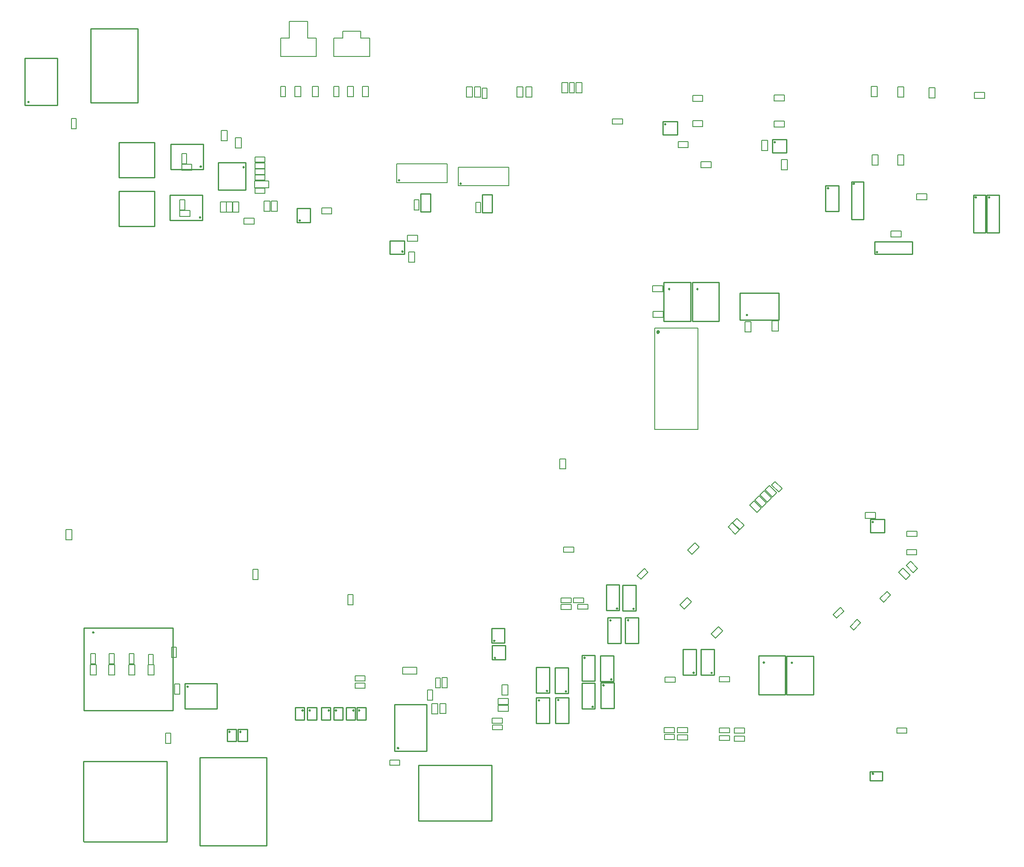
<source format=gbr>
%FSTAX23Y23*%
%MOIN*%
%SFA1B1*%

%IPPOS*%
%ADD204C,0.010000*%
%ADD208C,0.007874*%
%ADD210C,0.005906*%
%ADD312C,0.019685*%
%LNsyncbox_mechanical_16-1*%
%LPD*%
G54D204*
X06271Y0132D02*
D01*
X06271Y0132*
X06271Y01321*
X06271Y01321*
X06271Y01321*
X06271Y01321*
X06271Y01322*
X06271Y01322*
X0627Y01322*
X0627Y01322*
X0627Y01323*
X0627Y01323*
X0627Y01323*
X0627Y01323*
X06269Y01323*
X06269Y01324*
X06269Y01324*
X06269Y01324*
X06268Y01324*
X06268Y01324*
X06268Y01324*
X06268Y01324*
X06267Y01324*
X06267*
X06267Y01324*
X06266Y01324*
X06266Y01324*
X06266Y01324*
X06266Y01324*
X06265Y01324*
X06265Y01324*
X06265Y01323*
X06265Y01323*
X06264Y01323*
X06264Y01323*
X06264Y01323*
X06264Y01322*
X06264Y01322*
X06264Y01322*
X06264Y01322*
X06263Y01321*
X06263Y01321*
X06263Y01321*
X06263Y01321*
X06263Y0132*
X06263Y0132*
X06263Y0132*
X06263Y0132*
X06263Y01319*
X06263Y01319*
X06263Y01319*
X06264Y01319*
X06264Y01318*
X06264Y01318*
X06264Y01318*
X06264Y01318*
X06264Y01317*
X06264Y01317*
X06265Y01317*
X06265Y01317*
X06265Y01317*
X06265Y01317*
X06266Y01316*
X06266Y01316*
X06266Y01316*
X06266Y01316*
X06267Y01316*
X06267Y01316*
X06267*
X06268Y01316*
X06268Y01316*
X06268Y01316*
X06268Y01316*
X06269Y01316*
X06269Y01317*
X06269Y01317*
X06269Y01317*
X0627Y01317*
X0627Y01317*
X0627Y01317*
X0627Y01318*
X0627Y01318*
X0627Y01318*
X06271Y01318*
X06271Y01319*
X06271Y01319*
X06271Y01319*
X06271Y01319*
X06271Y0132*
X06271Y0132*
X06271Y0132*
X06489Y01318D02*
D01*
X06489Y01318*
X06489Y01319*
X06489Y01319*
X06489Y01319*
X06489Y01319*
X06489Y0132*
X06489Y0132*
X06489Y0132*
X06489Y0132*
X06489Y01321*
X06488Y01321*
X06488Y01321*
X06488Y01321*
X06488Y01321*
X06487Y01322*
X06487Y01322*
X06487Y01322*
X06487Y01322*
X06486Y01322*
X06486Y01322*
X06486Y01322*
X06486Y01322*
X06485*
X06485Y01322*
X06485Y01322*
X06485Y01322*
X06484Y01322*
X06484Y01322*
X06484Y01322*
X06484Y01322*
X06483Y01321*
X06483Y01321*
X06483Y01321*
X06483Y01321*
X06482Y01321*
X06482Y0132*
X06482Y0132*
X06482Y0132*
X06482Y0132*
X06482Y01319*
X06482Y01319*
X06482Y01319*
X06482Y01319*
X06482Y01318*
X06482Y01318*
X06482Y01318*
X06482Y01318*
X06482Y01317*
X06482Y01317*
X06482Y01317*
X06482Y01317*
X06482Y01316*
X06482Y01316*
X06482Y01316*
X06482Y01316*
X06483Y01315*
X06483Y01315*
X06483Y01315*
X06483Y01315*
X06484Y01315*
X06484Y01315*
X06484Y01314*
X06484Y01314*
X06485Y01314*
X06485Y01314*
X06485Y01314*
X06485Y01314*
X06486*
X06486Y01314*
X06486Y01314*
X06486Y01314*
X06487Y01314*
X06487Y01314*
X06487Y01315*
X06487Y01315*
X06488Y01315*
X06488Y01315*
X06488Y01315*
X06488Y01315*
X06489Y01316*
X06489Y01316*
X06489Y01316*
X06489Y01316*
X06489Y01317*
X06489Y01317*
X06489Y01317*
X06489Y01317*
X06489Y01318*
X06489Y01318*
X06489Y01318*
X05754Y0423D02*
D01*
X05754Y0423*
X05754Y04231*
X05754Y04231*
X05754Y04231*
X05754Y04231*
X05754Y04232*
X05754Y04232*
X05754Y04232*
X05754Y04232*
X05754Y04233*
X05753Y04233*
X05753Y04233*
X05753Y04233*
X05753Y04233*
X05752Y04234*
X05752Y04234*
X05752Y04234*
X05752Y04234*
X05751Y04234*
X05751Y04234*
X05751Y04234*
X05751Y04234*
X0575*
X0575Y04234*
X0575Y04234*
X0575Y04234*
X05749Y04234*
X05749Y04234*
X05749Y04234*
X05749Y04234*
X05748Y04233*
X05748Y04233*
X05748Y04233*
X05748Y04233*
X05747Y04233*
X05747Y04232*
X05747Y04232*
X05747Y04232*
X05747Y04232*
X05747Y04231*
X05747Y04231*
X05747Y04231*
X05747Y04231*
X05747Y0423*
X05747Y0423*
X05747Y0423*
X05747Y0423*
X05747Y04229*
X05747Y04229*
X05747Y04229*
X05747Y04229*
X05747Y04228*
X05747Y04228*
X05747Y04228*
X05747Y04228*
X05748Y04227*
X05748Y04227*
X05748Y04227*
X05748Y04227*
X05749Y04227*
X05749Y04227*
X05749Y04226*
X05749Y04226*
X0575Y04226*
X0575Y04226*
X0575Y04226*
X0575Y04226*
X05751*
X05751Y04226*
X05751Y04226*
X05751Y04226*
X05752Y04226*
X05752Y04226*
X05752Y04227*
X05752Y04227*
X05753Y04227*
X05753Y04227*
X05753Y04227*
X05753Y04227*
X05754Y04228*
X05754Y04228*
X05754Y04228*
X05754Y04228*
X05754Y04229*
X05754Y04229*
X05754Y04229*
X05754Y04229*
X05754Y0423*
X05754Y0423*
X05754Y0423*
X05533D02*
D01*
X05533Y0423*
X05533Y04231*
X05533Y04231*
X05533Y04231*
X05533Y04231*
X05533Y04232*
X05533Y04232*
X05533Y04232*
X05533Y04232*
X05533Y04233*
X05532Y04233*
X05532Y04233*
X05532Y04233*
X05532Y04233*
X05531Y04234*
X05531Y04234*
X05531Y04234*
X05531Y04234*
X0553Y04234*
X0553Y04234*
X0553Y04234*
X0553Y04234*
X05529*
X05529Y04234*
X05529Y04234*
X05529Y04234*
X05528Y04234*
X05528Y04234*
X05528Y04234*
X05528Y04234*
X05527Y04233*
X05527Y04233*
X05527Y04233*
X05527Y04233*
X05526Y04233*
X05526Y04232*
X05526Y04232*
X05526Y04232*
X05526Y04232*
X05526Y04231*
X05526Y04231*
X05526Y04231*
X05526Y04231*
X05526Y0423*
X05526Y0423*
X05526Y0423*
X05526Y0423*
X05526Y04229*
X05526Y04229*
X05526Y04229*
X05526Y04229*
X05526Y04228*
X05526Y04228*
X05526Y04228*
X05526Y04228*
X05527Y04227*
X05527Y04227*
X05527Y04227*
X05527Y04227*
X05528Y04227*
X05528Y04227*
X05528Y04226*
X05528Y04226*
X05529Y04226*
X05529Y04226*
X05529Y04226*
X05529Y04226*
X0553*
X0553Y04226*
X0553Y04226*
X0553Y04226*
X05531Y04226*
X05531Y04226*
X05531Y04227*
X05531Y04227*
X05532Y04227*
X05532Y04227*
X05532Y04227*
X05532Y04227*
X05533Y04228*
X05533Y04228*
X05533Y04228*
X05533Y04228*
X05533Y04229*
X05533Y04229*
X05533Y04229*
X05533Y04229*
X05533Y0423*
X05533Y0423*
X05533Y0423*
X0614Y04029D02*
D01*
X0614Y04029*
X0614Y04029*
X0614Y04029*
X0614Y0403*
X0614Y0403*
X06139Y0403*
X06139Y0403*
X06139Y04031*
X06139Y04031*
X06139Y04031*
X06139Y04031*
X06139Y04031*
X06138Y04032*
X06138Y04032*
X06138Y04032*
X06138Y04032*
X06137Y04032*
X06137Y04032*
X06137Y04032*
X06137Y04032*
X06136Y04032*
X06136Y04032*
X06136*
X06135Y04032*
X06135Y04032*
X06135Y04032*
X06135Y04032*
X06134Y04032*
X06134Y04032*
X06134Y04032*
X06134Y04032*
X06133Y04032*
X06133Y04031*
X06133Y04031*
X06133Y04031*
X06133Y04031*
X06133Y04031*
X06132Y0403*
X06132Y0403*
X06132Y0403*
X06132Y0403*
X06132Y04029*
X06132Y04029*
X06132Y04029*
X06132Y04029*
X06132Y04028*
X06132Y04028*
X06132Y04028*
X06132Y04027*
X06132Y04027*
X06132Y04027*
X06132Y04027*
X06133Y04026*
X06133Y04026*
X06133Y04026*
X06133Y04026*
X06133Y04026*
X06133Y04025*
X06134Y04025*
X06134Y04025*
X06134Y04025*
X06134Y04025*
X06135Y04025*
X06135Y04025*
X06135Y04025*
X06135Y04025*
X06136Y04025*
X06136*
X06136Y04025*
X06137Y04025*
X06137Y04025*
X06137Y04025*
X06137Y04025*
X06138Y04025*
X06138Y04025*
X06138Y04025*
X06138Y04025*
X06139Y04026*
X06139Y04026*
X06139Y04026*
X06139Y04026*
X06139Y04026*
X06139Y04027*
X06139Y04027*
X0614Y04027*
X0614Y04027*
X0614Y04028*
X0614Y04028*
X0614Y04028*
X0614Y04029*
X02219Y0518D02*
D01*
X02219Y05181*
X02219Y05181*
X02219Y05181*
X02219Y05181*
X02219Y05182*
X02219Y05182*
X02219Y05182*
X02218Y05182*
X02218Y05183*
X02218Y05183*
X02218Y05183*
X02218Y05183*
X02217Y05183*
X02217Y05184*
X02217Y05184*
X02217Y05184*
X02217Y05184*
X02216Y05184*
X02216Y05184*
X02216Y05184*
X02215Y05184*
X02215Y05184*
X02215*
X02215Y05184*
X02214Y05184*
X02214Y05184*
X02214Y05184*
X02214Y05184*
X02213Y05184*
X02213Y05184*
X02213Y05184*
X02213Y05183*
X02212Y05183*
X02212Y05183*
X02212Y05183*
X02212Y05183*
X02212Y05182*
X02212Y05182*
X02211Y05182*
X02211Y05182*
X02211Y05181*
X02211Y05181*
X02211Y05181*
X02211Y05181*
X02211Y0518*
X02211Y0518*
X02211Y0518*
X02211Y0518*
X02211Y05179*
X02211Y05179*
X02211Y05179*
X02212Y05179*
X02212Y05178*
X02212Y05178*
X02212Y05178*
X02212Y05178*
X02212Y05177*
X02213Y05177*
X02213Y05177*
X02213Y05177*
X02213Y05177*
X02214Y05177*
X02214Y05177*
X02214Y05177*
X02214Y05176*
X02215Y05176*
X02215Y05176*
X02215*
X02215Y05176*
X02216Y05176*
X02216Y05177*
X02216Y05177*
X02217Y05177*
X02217Y05177*
X02217Y05177*
X02217Y05177*
X02217Y05177*
X02218Y05177*
X02218Y05178*
X02218Y05178*
X02218Y05178*
X02218Y05178*
X02219Y05179*
X02219Y05179*
X02219Y05179*
X02219Y05179*
X02219Y0518*
X02219Y0518*
X02219Y0518*
X02219Y0518*
X03429Y05078D02*
D01*
X03429Y05078*
X03429Y05078*
X03429Y05078*
X03429Y05079*
X03429Y05079*
X03429Y05079*
X03429Y05079*
X03429Y0508*
X03428Y0508*
X03428Y0508*
X03428Y0508*
X03428Y0508*
X03428Y05081*
X03427Y05081*
X03427Y05081*
X03427Y05081*
X03427Y05081*
X03427Y05081*
X03426Y05081*
X03426Y05081*
X03426Y05081*
X03425Y05082*
X03425*
X03425Y05081*
X03425Y05081*
X03424Y05081*
X03424Y05081*
X03424Y05081*
X03424Y05081*
X03423Y05081*
X03423Y05081*
X03423Y05081*
X03423Y0508*
X03422Y0508*
X03422Y0508*
X03422Y0508*
X03422Y0508*
X03422Y05079*
X03422Y05079*
X03422Y05079*
X03422Y05079*
X03421Y05078*
X03421Y05078*
X03421Y05078*
X03421Y05078*
X03421Y05077*
X03421Y05077*
X03421Y05077*
X03422Y05076*
X03422Y05076*
X03422Y05076*
X03422Y05076*
X03422Y05075*
X03422Y05075*
X03422Y05075*
X03422Y05075*
X03423Y05075*
X03423Y05074*
X03423Y05074*
X03423Y05074*
X03424Y05074*
X03424Y05074*
X03424Y05074*
X03424Y05074*
X03425Y05074*
X03425Y05074*
X03425Y05074*
X03425*
X03426Y05074*
X03426Y05074*
X03426Y05074*
X03427Y05074*
X03427Y05074*
X03427Y05074*
X03427Y05074*
X03427Y05074*
X03428Y05074*
X03428Y05075*
X03428Y05075*
X03428Y05075*
X03428Y05075*
X03429Y05075*
X03429Y05076*
X03429Y05076*
X03429Y05076*
X03429Y05076*
X03429Y05077*
X03429Y05077*
X03429Y05077*
X03429Y05078*
X03909Y05053D02*
D01*
X03909Y05053*
X03909Y05053*
X03909Y05053*
X03909Y05054*
X03909Y05054*
X03909Y05054*
X03909Y05054*
X03909Y05055*
X03908Y05055*
X03908Y05055*
X03908Y05055*
X03908Y05055*
X03908Y05056*
X03907Y05056*
X03907Y05056*
X03907Y05056*
X03907Y05056*
X03907Y05056*
X03906Y05056*
X03906Y05056*
X03906Y05056*
X03905Y05057*
X03905*
X03905Y05056*
X03905Y05056*
X03904Y05056*
X03904Y05056*
X03904Y05056*
X03904Y05056*
X03903Y05056*
X03903Y05056*
X03903Y05056*
X03903Y05055*
X03902Y05055*
X03902Y05055*
X03902Y05055*
X03902Y05055*
X03902Y05054*
X03902Y05054*
X03902Y05054*
X03902Y05054*
X03901Y05053*
X03901Y05053*
X03901Y05053*
X03901Y05053*
X03901Y05052*
X03901Y05052*
X03901Y05052*
X03902Y05051*
X03902Y05051*
X03902Y05051*
X03902Y05051*
X03902Y0505*
X03902Y0505*
X03902Y0505*
X03902Y0505*
X03903Y0505*
X03903Y05049*
X03903Y05049*
X03903Y05049*
X03904Y05049*
X03904Y05049*
X03904Y05049*
X03904Y05049*
X03905Y05049*
X03905Y05049*
X03905Y05049*
X03905*
X03906Y05049*
X03906Y05049*
X03906Y05049*
X03907Y05049*
X03907Y05049*
X03907Y05049*
X03907Y05049*
X03907Y05049*
X03908Y05049*
X03908Y0505*
X03908Y0505*
X03908Y0505*
X03908Y0505*
X03909Y0505*
X03909Y05051*
X03909Y05051*
X03909Y05051*
X03909Y05051*
X03909Y05052*
X03909Y05052*
X03909Y05052*
X03909Y05053*
X07152Y04518D02*
D01*
X07152Y04518*
X07152Y04519*
X07152Y04519*
X07152Y04519*
X07152Y04519*
X07152Y0452*
X07152Y0452*
X07152Y0452*
X07152Y0452*
X07151Y04521*
X07151Y04521*
X07151Y04521*
X07151Y04521*
X07151Y04521*
X0715Y04521*
X0715Y04522*
X0715Y04522*
X0715Y04522*
X07149Y04522*
X07149Y04522*
X07149Y04522*
X07149Y04522*
X07148*
X07148Y04522*
X07148Y04522*
X07147Y04522*
X07147Y04522*
X07147Y04522*
X07147Y04522*
X07146Y04521*
X07146Y04521*
X07146Y04521*
X07146Y04521*
X07146Y04521*
X07145Y04521*
X07145Y0452*
X07145Y0452*
X07145Y0452*
X07145Y0452*
X07145Y04519*
X07145Y04519*
X07145Y04519*
X07144Y04519*
X07144Y04518*
X07144Y04518*
X07144Y04518*
X07144Y04517*
X07145Y04517*
X07145Y04517*
X07145Y04517*
X07145Y04516*
X07145Y04516*
X07145Y04516*
X07145Y04516*
X07145Y04515*
X07146Y04515*
X07146Y04515*
X07146Y04515*
X07146Y04515*
X07146Y04515*
X07147Y04514*
X07147Y04514*
X07147Y04514*
X07147Y04514*
X07148Y04514*
X07148Y04514*
X07148Y04514*
X07149*
X07149Y04514*
X07149Y04514*
X07149Y04514*
X0715Y04514*
X0715Y04514*
X0715Y04514*
X0715Y04515*
X07151Y04515*
X07151Y04515*
X07151Y04515*
X07151Y04515*
X07151Y04515*
X07152Y04516*
X07152Y04516*
X07152Y04516*
X07152Y04516*
X07152Y04517*
X07152Y04517*
X07152Y04517*
X07152Y04517*
X07152Y04518*
X07152Y04518*
X07922Y04946D02*
D01*
X07922Y04946*
X07922Y04946*
X07922Y04946*
X07922Y04947*
X07922Y04947*
X07922Y04947*
X07921Y04947*
X07921Y04948*
X07921Y04948*
X07921Y04948*
X07921Y04948*
X07921Y04949*
X0792Y04949*
X0792Y04949*
X0792Y04949*
X0792Y04949*
X07919Y04949*
X07919Y04949*
X07919Y04949*
X07919Y04949*
X07918Y0495*
X07918Y0495*
X07918*
X07918Y0495*
X07917Y04949*
X07917Y04949*
X07917Y04949*
X07917Y04949*
X07916Y04949*
X07916Y04949*
X07916Y04949*
X07916Y04949*
X07915Y04949*
X07915Y04948*
X07915Y04948*
X07915Y04948*
X07915Y04948*
X07915Y04947*
X07914Y04947*
X07914Y04947*
X07914Y04947*
X07914Y04946*
X07914Y04946*
X07914Y04946*
X07914Y04946*
X07914Y04945*
X07914Y04945*
X07914Y04945*
X07914Y04945*
X07914Y04944*
X07914Y04944*
X07915Y04944*
X07915Y04944*
X07915Y04943*
X07915Y04943*
X07915Y04943*
X07915Y04943*
X07916Y04942*
X07916Y04942*
X07916Y04942*
X07916Y04942*
X07917Y04942*
X07917Y04942*
X07917Y04942*
X07917Y04942*
X07918Y04942*
X07918Y04942*
X07918*
X07918Y04942*
X07919Y04942*
X07919Y04942*
X07919Y04942*
X07919Y04942*
X0792Y04942*
X0792Y04942*
X0792Y04942*
X0792Y04942*
X07921Y04943*
X07921Y04943*
X07921Y04943*
X07921Y04943*
X07921Y04944*
X07921Y04944*
X07922Y04944*
X07922Y04944*
X07922Y04945*
X07922Y04945*
X07922Y04945*
X07922Y04945*
X07922Y04946*
X08027D02*
D01*
X08027Y04946*
X08027Y04946*
X08027Y04946*
X08027Y04947*
X08027Y04947*
X08027Y04947*
X08026Y04947*
X08026Y04948*
X08026Y04948*
X08026Y04948*
X08026Y04948*
X08026Y04949*
X08025Y04949*
X08025Y04949*
X08025Y04949*
X08025Y04949*
X08024Y04949*
X08024Y04949*
X08024Y04949*
X08024Y04949*
X08023Y0495*
X08023Y0495*
X08023*
X08023Y0495*
X08022Y04949*
X08022Y04949*
X08022Y04949*
X08022Y04949*
X08021Y04949*
X08021Y04949*
X08021Y04949*
X08021Y04949*
X0802Y04949*
X0802Y04948*
X0802Y04948*
X0802Y04948*
X0802Y04948*
X0802Y04947*
X08019Y04947*
X08019Y04947*
X08019Y04947*
X08019Y04946*
X08019Y04946*
X08019Y04946*
X08019Y04946*
X08019Y04945*
X08019Y04945*
X08019Y04945*
X08019Y04945*
X08019Y04944*
X08019Y04944*
X0802Y04944*
X0802Y04944*
X0802Y04943*
X0802Y04943*
X0802Y04943*
X0802Y04943*
X08021Y04942*
X08021Y04942*
X08021Y04942*
X08021Y04942*
X08022Y04942*
X08022Y04942*
X08022Y04942*
X08022Y04942*
X08023Y04942*
X08023Y04942*
X08023*
X08023Y04942*
X08024Y04942*
X08024Y04942*
X08024Y04942*
X08024Y04942*
X08025Y04942*
X08025Y04942*
X08025Y04942*
X08025Y04942*
X08026Y04943*
X08026Y04943*
X08026Y04943*
X08026Y04943*
X08026Y04944*
X08026Y04944*
X08027Y04944*
X08027Y04944*
X08027Y04945*
X08027Y04945*
X08027Y04945*
X08027Y04945*
X08027Y04946*
X06972Y05051D02*
D01*
X06972Y05051*
X06972Y05051*
X06972Y05051*
X06972Y05052*
X06972Y05052*
X06972Y05052*
X06971Y05052*
X06971Y05053*
X06971Y05053*
X06971Y05053*
X06971Y05053*
X06971Y05054*
X0697Y05054*
X0697Y05054*
X0697Y05054*
X0697Y05054*
X06969Y05054*
X06969Y05054*
X06969Y05054*
X06969Y05054*
X06968Y05055*
X06968Y05055*
X06968*
X06968Y05055*
X06967Y05054*
X06967Y05054*
X06967Y05054*
X06967Y05054*
X06966Y05054*
X06966Y05054*
X06966Y05054*
X06966Y05054*
X06965Y05054*
X06965Y05053*
X06965Y05053*
X06965Y05053*
X06965Y05053*
X06965Y05052*
X06964Y05052*
X06964Y05052*
X06964Y05052*
X06964Y05051*
X06964Y05051*
X06964Y05051*
X06964Y05051*
X06964Y0505*
X06964Y0505*
X06964Y0505*
X06964Y0505*
X06964Y05049*
X06964Y05049*
X06965Y05049*
X06965Y05049*
X06965Y05048*
X06965Y05048*
X06965Y05048*
X06965Y05048*
X06966Y05047*
X06966Y05047*
X06966Y05047*
X06966Y05047*
X06967Y05047*
X06967Y05047*
X06967Y05047*
X06967Y05047*
X06968Y05047*
X06968Y05047*
X06968*
X06968Y05047*
X06969Y05047*
X06969Y05047*
X06969Y05047*
X06969Y05047*
X0697Y05047*
X0697Y05047*
X0697Y05047*
X0697Y05047*
X06971Y05048*
X06971Y05048*
X06971Y05048*
X06971Y05048*
X06971Y05049*
X06971Y05049*
X06972Y05049*
X06972Y05049*
X06972Y0505*
X06972Y0505*
X06972Y0505*
X06972Y0505*
X06972Y05051*
X04669Y01028D02*
D01*
X04669Y01028*
X04669Y01029*
X04669Y01029*
X04669Y01029*
X04669Y0103*
X04669Y0103*
X04668Y0103*
X04668Y0103*
X04668Y0103*
X04668Y01031*
X04668Y01031*
X04668Y01031*
X04667Y01031*
X04667Y01031*
X04667Y01032*
X04667Y01032*
X04666Y01032*
X04666Y01032*
X04666Y01032*
X04666Y01032*
X04665Y01032*
X04665Y01032*
X04665*
X04665Y01032*
X04664Y01032*
X04664Y01032*
X04664Y01032*
X04664Y01032*
X04663Y01032*
X04663Y01032*
X04663Y01031*
X04663Y01031*
X04662Y01031*
X04662Y01031*
X04662Y01031*
X04662Y0103*
X04662Y0103*
X04662Y0103*
X04661Y0103*
X04661Y0103*
X04661Y01029*
X04661Y01029*
X04661Y01029*
X04661Y01028*
X04661Y01028*
X04661Y01028*
X04661Y01028*
X04661Y01027*
X04661Y01027*
X04661Y01027*
X04661Y01027*
X04662Y01026*
X04662Y01026*
X04662Y01026*
X04662Y01026*
X04662Y01025*
X04662Y01025*
X04663Y01025*
X04663Y01025*
X04663Y01025*
X04663Y01025*
X04664Y01025*
X04664Y01024*
X04664Y01024*
X04664Y01024*
X04665Y01024*
X04665Y01024*
X04665*
X04665Y01024*
X04666Y01024*
X04666Y01024*
X04666Y01024*
X04666Y01025*
X04667Y01025*
X04667Y01025*
X04667Y01025*
X04667Y01025*
X04668Y01025*
X04668Y01025*
X04668Y01026*
X04668Y01026*
X04668Y01026*
X04668Y01026*
X04669Y01027*
X04669Y01027*
X04669Y01027*
X04669Y01027*
X04669Y01028*
X04669Y01028*
X04669Y01028*
X05257Y01738D02*
D01*
X05257Y01738*
X05257Y01738*
X05257Y01739*
X05257Y01739*
X05257Y01739*
X05257Y01739*
X05256Y0174*
X05256Y0174*
X05256Y0174*
X05256Y0174*
X05256Y01741*
X05256Y01741*
X05255Y01741*
X05255Y01741*
X05255Y01741*
X05255Y01741*
X05254Y01741*
X05254Y01742*
X05254Y01742*
X05254Y01742*
X05253Y01742*
X05253Y01742*
X05253*
X05253Y01742*
X05252Y01742*
X05252Y01742*
X05252Y01742*
X05252Y01741*
X05251Y01741*
X05251Y01741*
X05251Y01741*
X05251Y01741*
X0525Y01741*
X0525Y01741*
X0525Y0174*
X0525Y0174*
X0525Y0174*
X0525Y0174*
X05249Y01739*
X05249Y01739*
X05249Y01739*
X05249Y01739*
X05249Y01738*
X05249Y01738*
X05249Y01738*
X05249Y01738*
X05249Y01737*
X05249Y01737*
X05249Y01737*
X05249Y01736*
X05249Y01736*
X0525Y01736*
X0525Y01736*
X0525Y01736*
X0525Y01735*
X0525Y01735*
X0525Y01735*
X05251Y01735*
X05251Y01735*
X05251Y01734*
X05251Y01734*
X05252Y01734*
X05252Y01734*
X05252Y01734*
X05252Y01734*
X05253Y01734*
X05253Y01734*
X05253*
X05253Y01734*
X05254Y01734*
X05254Y01734*
X05254Y01734*
X05254Y01734*
X05255Y01734*
X05255Y01734*
X05255Y01735*
X05255Y01735*
X05256Y01735*
X05256Y01735*
X05256Y01735*
X05256Y01736*
X05256Y01736*
X05256Y01736*
X05257Y01736*
X05257Y01736*
X05257Y01737*
X05257Y01737*
X05257Y01737*
X05257Y01738*
X05257Y01738*
X05128Y01741D02*
D01*
X05128Y01741*
X05128Y01741*
X05128Y01742*
X05128Y01742*
X05128Y01742*
X05128Y01742*
X05127Y01743*
X05127Y01743*
X05127Y01743*
X05127Y01743*
X05127Y01744*
X05127Y01744*
X05126Y01744*
X05126Y01744*
X05126Y01744*
X05126Y01744*
X05125Y01744*
X05125Y01745*
X05125Y01745*
X05125Y01745*
X05124Y01745*
X05124Y01745*
X05124*
X05124Y01745*
X05123Y01745*
X05123Y01745*
X05123Y01745*
X05123Y01744*
X05122Y01744*
X05122Y01744*
X05122Y01744*
X05122Y01744*
X05121Y01744*
X05121Y01744*
X05121Y01743*
X05121Y01743*
X05121Y01743*
X05121Y01743*
X0512Y01742*
X0512Y01742*
X0512Y01742*
X0512Y01742*
X0512Y01741*
X0512Y01741*
X0512Y01741*
X0512Y01741*
X0512Y0174*
X0512Y0174*
X0512Y0174*
X0512Y01739*
X0512Y01739*
X05121Y01739*
X05121Y01739*
X05121Y01739*
X05121Y01738*
X05121Y01738*
X05121Y01738*
X05122Y01738*
X05122Y01738*
X05122Y01737*
X05122Y01737*
X05123Y01737*
X05123Y01737*
X05123Y01737*
X05123Y01737*
X05124Y01737*
X05124Y01737*
X05124*
X05124Y01737*
X05125Y01737*
X05125Y01737*
X05125Y01737*
X05125Y01737*
X05126Y01737*
X05126Y01737*
X05126Y01738*
X05126Y01738*
X05127Y01738*
X05127Y01738*
X05127Y01738*
X05127Y01739*
X05127Y01739*
X05127Y01739*
X05128Y01739*
X05128Y01739*
X05128Y0174*
X05128Y0174*
X05128Y0174*
X05128Y01741*
X05128Y01741*
X0452Y01026D02*
D01*
X0452Y01026*
X0452Y01027*
X0452Y01027*
X0452Y01027*
X0452Y01028*
X0452Y01028*
X04519Y01028*
X04519Y01028*
X04519Y01028*
X04519Y01029*
X04519Y01029*
X04519Y01029*
X04518Y01029*
X04518Y01029*
X04518Y0103*
X04518Y0103*
X04517Y0103*
X04517Y0103*
X04517Y0103*
X04517Y0103*
X04516Y0103*
X04516Y0103*
X04516*
X04516Y0103*
X04515Y0103*
X04515Y0103*
X04515Y0103*
X04515Y0103*
X04514Y0103*
X04514Y0103*
X04514Y01029*
X04514Y01029*
X04513Y01029*
X04513Y01029*
X04513Y01029*
X04513Y01028*
X04513Y01028*
X04513Y01028*
X04512Y01028*
X04512Y01028*
X04512Y01027*
X04512Y01027*
X04512Y01027*
X04512Y01026*
X04512Y01026*
X04512Y01026*
X04512Y01026*
X04512Y01025*
X04512Y01025*
X04512Y01025*
X04512Y01025*
X04513Y01024*
X04513Y01024*
X04513Y01024*
X04513Y01024*
X04513Y01023*
X04513Y01023*
X04514Y01023*
X04514Y01023*
X04514Y01023*
X04514Y01023*
X04515Y01023*
X04515Y01022*
X04515Y01022*
X04515Y01022*
X04516Y01022*
X04516Y01022*
X04516*
X04516Y01022*
X04517Y01022*
X04517Y01022*
X04517Y01022*
X04517Y01023*
X04518Y01023*
X04518Y01023*
X04518Y01023*
X04518Y01023*
X04519Y01023*
X04519Y01023*
X04519Y01024*
X04519Y01024*
X04519Y01024*
X04519Y01024*
X0452Y01025*
X0452Y01025*
X0452Y01025*
X0452Y01025*
X0452Y01026*
X0452Y01026*
X0452Y01026*
X05022Y01143D02*
D01*
X05022Y01143*
X05022Y01144*
X05022Y01144*
X05022Y01144*
X05022Y01145*
X05022Y01145*
X05021Y01145*
X05021Y01145*
X05021Y01145*
X05021Y01146*
X05021Y01146*
X05021Y01146*
X0502Y01146*
X0502Y01146*
X0502Y01147*
X0502Y01147*
X05019Y01147*
X05019Y01147*
X05019Y01147*
X05019Y01147*
X05018Y01147*
X05018Y01147*
X05018*
X05018Y01147*
X05017Y01147*
X05017Y01147*
X05017Y01147*
X05017Y01147*
X05016Y01147*
X05016Y01147*
X05016Y01146*
X05016Y01146*
X05015Y01146*
X05015Y01146*
X05015Y01146*
X05015Y01145*
X05015Y01145*
X05015Y01145*
X05014Y01145*
X05014Y01145*
X05014Y01144*
X05014Y01144*
X05014Y01144*
X05014Y01143*
X05014Y01143*
X05014Y01143*
X05014Y01143*
X05014Y01142*
X05014Y01142*
X05014Y01142*
X05014Y01142*
X05015Y01141*
X05015Y01141*
X05015Y01141*
X05015Y01141*
X05015Y0114*
X05015Y0114*
X05016Y0114*
X05016Y0114*
X05016Y0114*
X05016Y0114*
X05017Y0114*
X05017Y01139*
X05017Y01139*
X05017Y01139*
X05018Y01139*
X05018Y01139*
X05018*
X05018Y01139*
X05019Y01139*
X05019Y01139*
X05019Y01139*
X05019Y0114*
X0502Y0114*
X0502Y0114*
X0502Y0114*
X0502Y0114*
X05021Y0114*
X05021Y0114*
X05021Y01141*
X05021Y01141*
X05021Y01141*
X05021Y01141*
X05022Y01142*
X05022Y01142*
X05022Y01142*
X05022Y01142*
X05022Y01143*
X05022Y01143*
X05022Y01143*
X04729Y01096D02*
D01*
X04729Y01096*
X04729Y01096*
X04729Y01097*
X04729Y01097*
X04729Y01097*
X04729Y01097*
X04728Y01098*
X04728Y01098*
X04728Y01098*
X04728Y01098*
X04728Y01099*
X04728Y01099*
X04727Y01099*
X04727Y01099*
X04727Y01099*
X04727Y01099*
X04726Y01099*
X04726Y011*
X04726Y011*
X04726Y011*
X04725Y011*
X04725Y011*
X04725*
X04725Y011*
X04724Y011*
X04724Y011*
X04724Y011*
X04724Y01099*
X04723Y01099*
X04723Y01099*
X04723Y01099*
X04723Y01099*
X04722Y01099*
X04722Y01099*
X04722Y01098*
X04722Y01098*
X04722Y01098*
X04722Y01098*
X04721Y01097*
X04721Y01097*
X04721Y01097*
X04721Y01097*
X04721Y01096*
X04721Y01096*
X04721Y01096*
X04721Y01096*
X04721Y01095*
X04721Y01095*
X04721Y01095*
X04721Y01094*
X04721Y01094*
X04722Y01094*
X04722Y01094*
X04722Y01094*
X04722Y01093*
X04722Y01093*
X04722Y01093*
X04723Y01093*
X04723Y01093*
X04723Y01092*
X04723Y01092*
X04724Y01092*
X04724Y01092*
X04724Y01092*
X04724Y01092*
X04725Y01092*
X04725Y01092*
X04725*
X04725Y01092*
X04726Y01092*
X04726Y01092*
X04726Y01092*
X04726Y01092*
X04727Y01092*
X04727Y01092*
X04727Y01093*
X04727Y01093*
X04728Y01093*
X04728Y01093*
X04728Y01093*
X04728Y01094*
X04728Y01094*
X04728Y01094*
X04729Y01094*
X04729Y01094*
X04729Y01095*
X04729Y01095*
X04729Y01095*
X04729Y01096*
X04729Y01096*
X04582Y01099D02*
D01*
X04582Y01099*
X04582Y01099*
X04582Y011*
X04582Y011*
X04582Y011*
X04582Y011*
X04581Y01101*
X04581Y01101*
X04581Y01101*
X04581Y01101*
X04581Y01102*
X04581Y01102*
X0458Y01102*
X0458Y01102*
X0458Y01102*
X0458Y01102*
X04579Y01102*
X04579Y01103*
X04579Y01103*
X04579Y01103*
X04578Y01103*
X04578Y01103*
X04578*
X04578Y01103*
X04577Y01103*
X04577Y01103*
X04577Y01103*
X04577Y01102*
X04576Y01102*
X04576Y01102*
X04576Y01102*
X04576Y01102*
X04575Y01102*
X04575Y01102*
X04575Y01101*
X04575Y01101*
X04575Y01101*
X04575Y01101*
X04574Y011*
X04574Y011*
X04574Y011*
X04574Y011*
X04574Y01099*
X04574Y01099*
X04574Y01099*
X04574Y01099*
X04574Y01098*
X04574Y01098*
X04574Y01098*
X04574Y01097*
X04574Y01097*
X04575Y01097*
X04575Y01097*
X04575Y01097*
X04575Y01096*
X04575Y01096*
X04575Y01096*
X04576Y01096*
X04576Y01096*
X04576Y01095*
X04576Y01095*
X04577Y01095*
X04577Y01095*
X04577Y01095*
X04577Y01095*
X04578Y01095*
X04578Y01095*
X04578*
X04578Y01095*
X04579Y01095*
X04579Y01095*
X04579Y01095*
X04579Y01095*
X0458Y01095*
X0458Y01095*
X0458Y01096*
X0458Y01096*
X04581Y01096*
X04581Y01096*
X04581Y01096*
X04581Y01097*
X04581Y01097*
X04581Y01097*
X04582Y01097*
X04582Y01097*
X04582Y01098*
X04582Y01098*
X04582Y01098*
X04582Y01099*
X04582Y01099*
X04938Y00975D02*
D01*
X04938Y00975*
X04938Y00975*
X04938Y00976*
X04938Y00976*
X04938Y00976*
X04938Y00976*
X04937Y00977*
X04937Y00977*
X04937Y00977*
X04937Y00977*
X04937Y00978*
X04937Y00978*
X04936Y00978*
X04936Y00978*
X04936Y00978*
X04936Y00978*
X04935Y00978*
X04935Y00979*
X04935Y00979*
X04935Y00979*
X04934Y00979*
X04934Y00979*
X04934*
X04934Y00979*
X04933Y00979*
X04933Y00979*
X04933Y00979*
X04933Y00978*
X04932Y00978*
X04932Y00978*
X04932Y00978*
X04932Y00978*
X04931Y00978*
X04931Y00978*
X04931Y00977*
X04931Y00977*
X04931Y00977*
X04931Y00977*
X0493Y00976*
X0493Y00976*
X0493Y00976*
X0493Y00976*
X0493Y00975*
X0493Y00975*
X0493Y00975*
X0493Y00975*
X0493Y00974*
X0493Y00974*
X0493Y00974*
X0493Y00973*
X0493Y00973*
X04931Y00973*
X04931Y00973*
X04931Y00973*
X04931Y00972*
X04931Y00972*
X04931Y00972*
X04932Y00972*
X04932Y00972*
X04932Y00971*
X04932Y00971*
X04933Y00971*
X04933Y00971*
X04933Y00971*
X04933Y00971*
X04934Y00971*
X04934Y00971*
X04934*
X04934Y00971*
X04935Y00971*
X04935Y00971*
X04935Y00971*
X04935Y00971*
X04936Y00971*
X04936Y00971*
X04936Y00972*
X04936Y00972*
X04937Y00972*
X04937Y00972*
X04937Y00972*
X04937Y00973*
X04937Y00973*
X04937Y00973*
X04938Y00973*
X04938Y00973*
X04938Y00974*
X04938Y00974*
X04938Y00974*
X04938Y00975*
X04938Y00975*
X05214Y0165D02*
D01*
X05214Y0165*
X05214Y01651*
X05214Y01651*
X05214Y01651*
X05214Y01652*
X05214Y01652*
X05213Y01652*
X05213Y01652*
X05213Y01652*
X05213Y01653*
X05213Y01653*
X05213Y01653*
X05212Y01653*
X05212Y01653*
X05212Y01654*
X05212Y01654*
X05211Y01654*
X05211Y01654*
X05211Y01654*
X05211Y01654*
X0521Y01654*
X0521Y01654*
X0521*
X0521Y01654*
X05209Y01654*
X05209Y01654*
X05209Y01654*
X05209Y01654*
X05208Y01654*
X05208Y01654*
X05208Y01653*
X05208Y01653*
X05207Y01653*
X05207Y01653*
X05207Y01653*
X05207Y01652*
X05207Y01652*
X05207Y01652*
X05206Y01652*
X05206Y01652*
X05206Y01651*
X05206Y01651*
X05206Y01651*
X05206Y0165*
X05206Y0165*
X05206Y0165*
X05206Y0165*
X05206Y01649*
X05206Y01649*
X05206Y01649*
X05206Y01649*
X05207Y01648*
X05207Y01648*
X05207Y01648*
X05207Y01648*
X05207Y01647*
X05207Y01647*
X05208Y01647*
X05208Y01647*
X05208Y01647*
X05208Y01647*
X05209Y01647*
X05209Y01646*
X05209Y01646*
X05209Y01646*
X0521Y01646*
X0521Y01646*
X0521*
X0521Y01646*
X05211Y01646*
X05211Y01646*
X05211Y01646*
X05211Y01647*
X05212Y01647*
X05212Y01647*
X05212Y01647*
X05212Y01647*
X05213Y01647*
X05213Y01647*
X05213Y01648*
X05213Y01648*
X05213Y01648*
X05213Y01648*
X05214Y01649*
X05214Y01649*
X05214Y01649*
X05214Y01649*
X05214Y0165*
X05214Y0165*
X05214Y0165*
X05076Y01649D02*
D01*
X05076Y0165*
X05076Y0165*
X05076Y0165*
X05076Y01651*
X05076Y01651*
X05076Y01651*
X05076Y01651*
X05075Y01652*
X05075Y01652*
X05075Y01652*
X05075Y01652*
X05075Y01652*
X05075Y01653*
X05074Y01653*
X05074Y01653*
X05074Y01653*
X05074Y01653*
X05073Y01653*
X05073Y01653*
X05073Y01653*
X05073Y01653*
X05072Y01653*
X05072*
X05072Y01653*
X05071Y01653*
X05071Y01653*
X05071Y01653*
X05071Y01653*
X0507Y01653*
X0507Y01653*
X0507Y01653*
X0507Y01653*
X05069Y01652*
X05069Y01652*
X05069Y01652*
X05069Y01652*
X05069Y01652*
X05069Y01651*
X05069Y01651*
X05068Y01651*
X05068Y01651*
X05068Y0165*
X05068Y0165*
X05068Y0165*
X05068Y01649*
X05068Y01649*
X05068Y01649*
X05068Y01649*
X05068Y01648*
X05068Y01648*
X05069Y01648*
X05069Y01648*
X05069Y01647*
X05069Y01647*
X05069Y01647*
X05069Y01647*
X05069Y01647*
X0507Y01646*
X0507Y01646*
X0507Y01646*
X0507Y01646*
X05071Y01646*
X05071Y01646*
X05071Y01646*
X05071Y01646*
X05072Y01646*
X05072Y01646*
X05072*
X05073Y01646*
X05073Y01646*
X05073Y01646*
X05073Y01646*
X05074Y01646*
X05074Y01646*
X05074Y01646*
X05074Y01646*
X05075Y01646*
X05075Y01647*
X05075Y01647*
X05075Y01647*
X05075Y01647*
X05075Y01647*
X05076Y01648*
X05076Y01648*
X05076Y01648*
X05076Y01648*
X05076Y01649*
X05076Y01649*
X05076Y01649*
X05076Y01649*
X05865Y01239D02*
D01*
X05865Y01239*
X05865Y01239*
X05865Y0124*
X05865Y0124*
X05865Y0124*
X05865Y0124*
X05864Y01241*
X05864Y01241*
X05864Y01241*
X05864Y01241*
X05864Y01242*
X05864Y01242*
X05863Y01242*
X05863Y01242*
X05863Y01242*
X05863Y01242*
X05862Y01242*
X05862Y01243*
X05862Y01243*
X05862Y01243*
X05861Y01243*
X05861Y01243*
X05861*
X05861Y01243*
X0586Y01243*
X0586Y01243*
X0586Y01243*
X0586Y01242*
X05859Y01242*
X05859Y01242*
X05859Y01242*
X05859Y01242*
X05858Y01242*
X05858Y01242*
X05858Y01241*
X05858Y01241*
X05858Y01241*
X05858Y01241*
X05857Y0124*
X05857Y0124*
X05857Y0124*
X05857Y0124*
X05857Y01239*
X05857Y01239*
X05857Y01239*
X05857Y01239*
X05857Y01238*
X05857Y01238*
X05857Y01238*
X05857Y01237*
X05857Y01237*
X05858Y01237*
X05858Y01237*
X05858Y01237*
X05858Y01236*
X05858Y01236*
X05858Y01236*
X05859Y01236*
X05859Y01236*
X05859Y01235*
X05859Y01235*
X0586Y01235*
X0586Y01235*
X0586Y01235*
X0586Y01235*
X05861Y01235*
X05861Y01235*
X05861*
X05861Y01235*
X05862Y01235*
X05862Y01235*
X05862Y01235*
X05862Y01235*
X05863Y01235*
X05863Y01235*
X05863Y01236*
X05863Y01236*
X05864Y01236*
X05864Y01236*
X05864Y01236*
X05864Y01237*
X05864Y01237*
X05864Y01237*
X05865Y01237*
X05865Y01237*
X05865Y01238*
X05865Y01238*
X05865Y01238*
X05865Y01239*
X05865Y01239*
X05725Y0124D02*
D01*
X05725Y0124*
X05725Y0124*
X05725Y01241*
X05725Y01241*
X05725Y01241*
X05725Y01241*
X05724Y01242*
X05724Y01242*
X05724Y01242*
X05724Y01242*
X05724Y01243*
X05724Y01243*
X05723Y01243*
X05723Y01243*
X05723Y01243*
X05723Y01243*
X05722Y01243*
X05722Y01244*
X05722Y01244*
X05722Y01244*
X05721Y01244*
X05721Y01244*
X05721*
X05721Y01244*
X0572Y01244*
X0572Y01244*
X0572Y01244*
X0572Y01243*
X05719Y01243*
X05719Y01243*
X05719Y01243*
X05719Y01243*
X05718Y01243*
X05718Y01243*
X05718Y01242*
X05718Y01242*
X05718Y01242*
X05718Y01242*
X05717Y01241*
X05717Y01241*
X05717Y01241*
X05717Y01241*
X05717Y0124*
X05717Y0124*
X05717Y0124*
X05717Y0124*
X05717Y01239*
X05717Y01239*
X05717Y01239*
X05717Y01238*
X05717Y01238*
X05718Y01238*
X05718Y01238*
X05718Y01238*
X05718Y01237*
X05718Y01237*
X05718Y01237*
X05719Y01237*
X05719Y01237*
X05719Y01236*
X05719Y01236*
X0572Y01236*
X0572Y01236*
X0572Y01236*
X0572Y01236*
X05721Y01236*
X05721Y01236*
X05721*
X05721Y01236*
X05722Y01236*
X05722Y01236*
X05722Y01236*
X05722Y01236*
X05723Y01236*
X05723Y01236*
X05723Y01237*
X05723Y01237*
X05724Y01237*
X05724Y01237*
X05724Y01237*
X05724Y01238*
X05724Y01238*
X05724Y01238*
X05725Y01238*
X05725Y01238*
X05725Y01239*
X05725Y01239*
X05725Y01239*
X05725Y0124*
X05725Y0124*
X05083Y0119D02*
D01*
X05083Y0119*
X05083Y0119*
X05083Y01191*
X05083Y01191*
X05083Y01191*
X05083Y01191*
X05082Y01192*
X05082Y01192*
X05082Y01192*
X05082Y01192*
X05082Y01193*
X05082Y01193*
X05081Y01193*
X05081Y01193*
X05081Y01193*
X05081Y01193*
X0508Y01193*
X0508Y01194*
X0508Y01194*
X0508Y01194*
X05079Y01194*
X05079Y01194*
X05079*
X05079Y01194*
X05078Y01194*
X05078Y01194*
X05078Y01194*
X05078Y01193*
X05077Y01193*
X05077Y01193*
X05077Y01193*
X05077Y01193*
X05076Y01193*
X05076Y01193*
X05076Y01192*
X05076Y01192*
X05076Y01192*
X05076Y01192*
X05075Y01191*
X05075Y01191*
X05075Y01191*
X05075Y01191*
X05075Y0119*
X05075Y0119*
X05075Y0119*
X05075Y0119*
X05075Y01189*
X05075Y01189*
X05075Y01189*
X05075Y01188*
X05075Y01188*
X05076Y01188*
X05076Y01188*
X05076Y01188*
X05076Y01187*
X05076Y01187*
X05076Y01187*
X05077Y01187*
X05077Y01187*
X05077Y01186*
X05077Y01186*
X05078Y01186*
X05078Y01186*
X05078Y01186*
X05078Y01186*
X05079Y01186*
X05079Y01186*
X05079*
X05079Y01186*
X0508Y01186*
X0508Y01186*
X0508Y01186*
X0508Y01186*
X05081Y01186*
X05081Y01186*
X05081Y01187*
X05081Y01187*
X05082Y01187*
X05082Y01187*
X05082Y01187*
X05082Y01188*
X05082Y01188*
X05082Y01188*
X05083Y01188*
X05083Y01188*
X05083Y01189*
X05083Y01189*
X05083Y01189*
X05083Y0119*
X05083Y0119*
X04875Y01357D02*
D01*
X04875Y01357*
X04875Y01358*
X04875Y01358*
X04875Y01358*
X04875Y01359*
X04875Y01359*
X04874Y01359*
X04874Y01359*
X04874Y01359*
X04874Y0136*
X04874Y0136*
X04874Y0136*
X04873Y0136*
X04873Y0136*
X04873Y01361*
X04873Y01361*
X04872Y01361*
X04872Y01361*
X04872Y01361*
X04872Y01361*
X04871Y01361*
X04871Y01361*
X04871*
X04871Y01361*
X0487Y01361*
X0487Y01361*
X0487Y01361*
X0487Y01361*
X04869Y01361*
X04869Y01361*
X04869Y0136*
X04869Y0136*
X04868Y0136*
X04868Y0136*
X04868Y0136*
X04868Y01359*
X04868Y01359*
X04868Y01359*
X04867Y01359*
X04867Y01359*
X04867Y01358*
X04867Y01358*
X04867Y01358*
X04867Y01357*
X04867Y01357*
X04867Y01357*
X04867Y01357*
X04867Y01356*
X04867Y01356*
X04867Y01356*
X04867Y01356*
X04868Y01355*
X04868Y01355*
X04868Y01355*
X04868Y01355*
X04868Y01354*
X04868Y01354*
X04869Y01354*
X04869Y01354*
X04869Y01354*
X04869Y01354*
X0487Y01354*
X0487Y01353*
X0487Y01353*
X0487Y01353*
X04871Y01353*
X04871Y01353*
X04871*
X04871Y01353*
X04872Y01353*
X04872Y01353*
X04872Y01353*
X04872Y01354*
X04873Y01354*
X04873Y01354*
X04873Y01354*
X04873Y01354*
X04874Y01354*
X04874Y01354*
X04874Y01355*
X04874Y01355*
X04874Y01355*
X04874Y01355*
X04875Y01356*
X04875Y01356*
X04875Y01356*
X04875Y01356*
X04875Y01357*
X04875Y01357*
X04875Y01357*
X06772Y05017D02*
D01*
X06772Y05017*
X06772Y05018*
X06772Y05018*
X06772Y05018*
X06772Y05019*
X06772Y05019*
X06771Y05019*
X06771Y05019*
X06771Y05019*
X06771Y0502*
X06771Y0502*
X06771Y0502*
X0677Y0502*
X0677Y0502*
X0677Y05021*
X0677Y05021*
X06769Y05021*
X06769Y05021*
X06769Y05021*
X06769Y05021*
X06768Y05021*
X06768Y05021*
X06768*
X06768Y05021*
X06767Y05021*
X06767Y05021*
X06767Y05021*
X06767Y05021*
X06766Y05021*
X06766Y05021*
X06766Y0502*
X06766Y0502*
X06765Y0502*
X06765Y0502*
X06765Y0502*
X06765Y05019*
X06765Y05019*
X06765Y05019*
X06764Y05019*
X06764Y05019*
X06764Y05018*
X06764Y05018*
X06764Y05018*
X06764Y05017*
X06764Y05017*
X06764Y05017*
X06764Y05017*
X06764Y05016*
X06764Y05016*
X06764Y05016*
X06764Y05016*
X06765Y05015*
X06765Y05015*
X06765Y05015*
X06765Y05015*
X06765Y05014*
X06765Y05014*
X06766Y05014*
X06766Y05014*
X06766Y05014*
X06766Y05014*
X06767Y05014*
X06767Y05013*
X06767Y05013*
X06767Y05013*
X06768Y05013*
X06768Y05013*
X06768*
X06768Y05013*
X06769Y05013*
X06769Y05013*
X06769Y05013*
X06769Y05014*
X0677Y05014*
X0677Y05014*
X0677Y05014*
X0677Y05014*
X06771Y05014*
X06771Y05014*
X06771Y05015*
X06771Y05015*
X06771Y05015*
X06771Y05015*
X06772Y05016*
X06772Y05016*
X06772Y05016*
X06772Y05016*
X06772Y05017*
X06772Y05017*
X06772Y05017*
X01782Y01132D02*
D01*
X01782Y01132*
X01782Y01132*
X01782Y01133*
X01782Y01133*
X01782Y01133*
X01782Y01134*
X01782Y01134*
X01782Y01134*
X01781Y01134*
X01781Y01134*
X01781Y01135*
X01781Y01135*
X01781Y01135*
X0178Y01135*
X0178Y01135*
X0178Y01135*
X0178Y01136*
X01779Y01136*
X01779Y01136*
X01779Y01136*
X01779Y01136*
X01778Y01136*
X01778*
X01778Y01136*
X01778Y01136*
X01777Y01136*
X01777Y01136*
X01777Y01136*
X01776Y01135*
X01776Y01135*
X01776Y01135*
X01776Y01135*
X01776Y01135*
X01775Y01135*
X01775Y01134*
X01775Y01134*
X01775Y01134*
X01775Y01134*
X01775Y01134*
X01775Y01133*
X01774Y01133*
X01774Y01133*
X01774Y01132*
X01774Y01132*
X01774Y01132*
X01774Y01132*
X01774Y01131*
X01774Y01131*
X01774Y01131*
X01775Y01131*
X01775Y0113*
X01775Y0113*
X01775Y0113*
X01775Y0113*
X01775Y01129*
X01775Y01129*
X01776Y01129*
X01776Y01129*
X01776Y01129*
X01776Y01129*
X01776Y01128*
X01777Y01128*
X01777Y01128*
X01777Y01128*
X01778Y01128*
X01778Y01128*
X01778Y01128*
X01778*
X01779Y01128*
X01779Y01128*
X01779Y01128*
X01779Y01128*
X0178Y01128*
X0178Y01128*
X0178Y01129*
X0178Y01129*
X01781Y01129*
X01781Y01129*
X01781Y01129*
X01781Y01129*
X01781Y0113*
X01782Y0113*
X01782Y0113*
X01782Y0113*
X01782Y01131*
X01782Y01131*
X01782Y01131*
X01782Y01131*
X01782Y01132*
X01782Y01132*
X01885Y05185D02*
D01*
X01885Y05185*
X01885Y05185*
X01885Y05186*
X01885Y05186*
X01885Y05186*
X01885Y05186*
X01885Y05187*
X01884Y05187*
X01884Y05187*
X01884Y05187*
X01884Y05187*
X01884Y05188*
X01883Y05188*
X01883Y05188*
X01883Y05188*
X01883Y05188*
X01883Y05188*
X01882Y05188*
X01882Y05189*
X01882Y05189*
X01881Y05189*
X01881Y05189*
X01881*
X01881Y05189*
X0188Y05189*
X0188Y05189*
X0188Y05188*
X0188Y05188*
X01879Y05188*
X01879Y05188*
X01879Y05188*
X01879Y05188*
X01878Y05188*
X01878Y05187*
X01878Y05187*
X01878Y05187*
X01878Y05187*
X01878Y05187*
X01877Y05186*
X01877Y05186*
X01877Y05186*
X01877Y05186*
X01877Y05185*
X01877Y05185*
X01877Y05185*
X01877Y05184*
X01877Y05184*
X01877Y05184*
X01877Y05184*
X01877Y05183*
X01877Y05183*
X01878Y05183*
X01878Y05183*
X01878Y05182*
X01878Y05182*
X01878Y05182*
X01878Y05182*
X01879Y05182*
X01879Y05181*
X01879Y05181*
X01879Y05181*
X0188Y05181*
X0188Y05181*
X0188Y05181*
X0188Y05181*
X01881Y05181*
X01881Y05181*
X01881*
X01881Y05181*
X01882Y05181*
X01882Y05181*
X01882Y05181*
X01883Y05181*
X01883Y05181*
X01883Y05181*
X01883Y05181*
X01883Y05182*
X01884Y05182*
X01884Y05182*
X01884Y05182*
X01884Y05182*
X01884Y05183*
X01885Y05183*
X01885Y05183*
X01885Y05183*
X01885Y05184*
X01885Y05184*
X01885Y05184*
X01885Y05184*
X01885Y05185*
X0188Y0479D02*
D01*
X0188Y0479*
X0188Y0479*
X0188Y04791*
X0188Y04791*
X01879Y04791*
X01879Y04791*
X01879Y04792*
X01879Y04792*
X01879Y04792*
X01879Y04792*
X01879Y04792*
X01878Y04793*
X01878Y04793*
X01878Y04793*
X01878Y04793*
X01878Y04793*
X01877Y04793*
X01877Y04793*
X01877Y04794*
X01876Y04794*
X01876Y04794*
X01876Y04794*
X01876*
X01875Y04794*
X01875Y04794*
X01875Y04794*
X01875Y04793*
X01874Y04793*
X01874Y04793*
X01874Y04793*
X01874Y04793*
X01873Y04793*
X01873Y04793*
X01873Y04792*
X01873Y04792*
X01873Y04792*
X01872Y04792*
X01872Y04792*
X01872Y04791*
X01872Y04791*
X01872Y04791*
X01872Y04791*
X01872Y0479*
X01872Y0479*
X01872Y0479*
X01872Y04789*
X01872Y04789*
X01872Y04789*
X01872Y04789*
X01872Y04788*
X01872Y04788*
X01872Y04788*
X01872Y04788*
X01873Y04787*
X01873Y04787*
X01873Y04787*
X01873Y04787*
X01873Y04787*
X01874Y04786*
X01874Y04786*
X01874Y04786*
X01874Y04786*
X01875Y04786*
X01875Y04786*
X01875Y04786*
X01875Y04786*
X01876Y04786*
X01876*
X01876Y04786*
X01876Y04786*
X01877Y04786*
X01877Y04786*
X01877Y04786*
X01878Y04786*
X01878Y04786*
X01878Y04786*
X01878Y04787*
X01878Y04787*
X01879Y04787*
X01879Y04787*
X01879Y04787*
X01879Y04788*
X01879Y04788*
X01879Y04788*
X01879Y04788*
X0188Y04789*
X0188Y04789*
X0188Y04789*
X0188Y04789*
X0188Y0479*
X05504Y05515D02*
D01*
X05504Y05515*
X05504Y05516*
X05504Y05516*
X05504Y05516*
X05504Y05516*
X05504Y05517*
X05504Y05517*
X05503Y05517*
X05503Y05517*
X05503Y05518*
X05503Y05518*
X05503Y05518*
X05503Y05518*
X05502Y05518*
X05502Y05518*
X05502Y05519*
X05502Y05519*
X05501Y05519*
X05501Y05519*
X05501Y05519*
X05501Y05519*
X055Y05519*
X055*
X055Y05519*
X05499Y05519*
X05499Y05519*
X05499Y05519*
X05499Y05519*
X05498Y05519*
X05498Y05518*
X05498Y05518*
X05498Y05518*
X05497Y05518*
X05497Y05518*
X05497Y05518*
X05497Y05517*
X05497Y05517*
X05497Y05517*
X05497Y05517*
X05496Y05516*
X05496Y05516*
X05496Y05516*
X05496Y05516*
X05496Y05515*
X05496Y05515*
X05496Y05515*
X05496Y05514*
X05496Y05514*
X05496Y05514*
X05496Y05514*
X05497Y05513*
X05497Y05513*
X05497Y05513*
X05497Y05513*
X05497Y05512*
X05497Y05512*
X05497Y05512*
X05498Y05512*
X05498Y05512*
X05498Y05512*
X05498Y05511*
X05499Y05511*
X05499Y05511*
X05499Y05511*
X05499Y05511*
X055Y05511*
X055Y05511*
X055*
X05501Y05511*
X05501Y05511*
X05501Y05511*
X05501Y05511*
X05502Y05511*
X05502Y05511*
X05502Y05512*
X05502Y05512*
X05503Y05512*
X05503Y05512*
X05503Y05512*
X05503Y05512*
X05503Y05513*
X05503Y05513*
X05504Y05513*
X05504Y05513*
X05504Y05514*
X05504Y05514*
X05504Y05514*
X05504Y05514*
X05504Y05515*
X05504Y05515*
X03456Y04523D02*
D01*
X03456Y04523*
X03456Y04524*
X03456Y04524*
X03456Y04524*
X03456Y04524*
X03455Y04525*
X03455Y04525*
X03455Y04525*
X03455Y04525*
X03455Y04526*
X03455Y04526*
X03455Y04526*
X03454Y04526*
X03454Y04526*
X03454Y04526*
X03454Y04527*
X03453Y04527*
X03453Y04527*
X03453Y04527*
X03453Y04527*
X03452Y04527*
X03452Y04527*
X03452*
X03451Y04527*
X03451Y04527*
X03451Y04527*
X03451Y04527*
X0345Y04527*
X0345Y04527*
X0345Y04526*
X0345Y04526*
X03449Y04526*
X03449Y04526*
X03449Y04526*
X03449Y04526*
X03449Y04525*
X03449Y04525*
X03448Y04525*
X03448Y04525*
X03448Y04524*
X03448Y04524*
X03448Y04524*
X03448Y04524*
X03448Y04523*
X03448Y04523*
X03448Y04523*
X03448Y04522*
X03448Y04522*
X03448Y04522*
X03448Y04522*
X03448Y04521*
X03448Y04521*
X03449Y04521*
X03449Y04521*
X03449Y0452*
X03449Y0452*
X03449Y0452*
X03449Y0452*
X0345Y0452*
X0345Y0452*
X0345Y04519*
X0345Y04519*
X03451Y04519*
X03451Y04519*
X03451Y04519*
X03451Y04519*
X03452Y04519*
X03452*
X03452Y04519*
X03453Y04519*
X03453Y04519*
X03453Y04519*
X03453Y04519*
X03454Y04519*
X03454Y0452*
X03454Y0452*
X03454Y0452*
X03455Y0452*
X03455Y0452*
X03455Y0452*
X03455Y04521*
X03455Y04521*
X03455Y04521*
X03455Y04521*
X03456Y04522*
X03456Y04522*
X03456Y04522*
X03456Y04522*
X03456Y04523*
X03456Y04523*
X06356Y05375D02*
D01*
X06356Y05376*
X06356Y05376*
X06356Y05376*
X06356Y05376*
X06356Y05377*
X06356Y05377*
X06356Y05377*
X06356Y05377*
X06356Y05378*
X06356Y05378*
X06355Y05378*
X06355Y05378*
X06355Y05379*
X06355Y05379*
X06354Y05379*
X06354Y05379*
X06354Y05379*
X06354Y05379*
X06353Y05379*
X06353Y05379*
X06353Y05379*
X06353Y05379*
X06352*
X06352Y05379*
X06352Y05379*
X06352Y05379*
X06351Y05379*
X06351Y05379*
X06351Y05379*
X06351Y05379*
X0635Y05379*
X0635Y05379*
X0635Y05378*
X0635Y05378*
X0635Y05378*
X06349Y05378*
X06349Y05377*
X06349Y05377*
X06349Y05377*
X06349Y05377*
X06349Y05376*
X06349Y05376*
X06349Y05376*
X06349Y05376*
X06349Y05375*
X06349Y05375*
X06349Y05375*
X06349Y05375*
X06349Y05374*
X06349Y05374*
X06349Y05374*
X06349Y05374*
X06349Y05373*
X06349Y05373*
X0635Y05373*
X0635Y05373*
X0635Y05372*
X0635Y05372*
X0635Y05372*
X06351Y05372*
X06351Y05372*
X06351Y05372*
X06351Y05372*
X06352Y05372*
X06352Y05372*
X06352Y05371*
X06352Y05371*
X06353*
X06353Y05371*
X06353Y05372*
X06353Y05372*
X06354Y05372*
X06354Y05372*
X06354Y05372*
X06354Y05372*
X06355Y05372*
X06355Y05372*
X06355Y05372*
X06355Y05373*
X06356Y05373*
X06356Y05373*
X06356Y05373*
X06356Y05374*
X06356Y05374*
X06356Y05374*
X06356Y05374*
X06356Y05375*
X06356Y05375*
X06356Y05375*
X06356Y05375*
X07119Y02416D02*
D01*
X07119Y02416*
X07119Y02417*
X07119Y02417*
X07119Y02417*
X07119Y02417*
X07119Y02418*
X07119Y02418*
X07118Y02418*
X07118Y02418*
X07118Y02419*
X07118Y02419*
X07118Y02419*
X07118Y02419*
X07117Y02419*
X07117Y02419*
X07117Y0242*
X07117Y0242*
X07116Y0242*
X07116Y0242*
X07116Y0242*
X07116Y0242*
X07115Y0242*
X07115*
X07115Y0242*
X07114Y0242*
X07114Y0242*
X07114Y0242*
X07114Y0242*
X07113Y0242*
X07113Y02419*
X07113Y02419*
X07113Y02419*
X07112Y02419*
X07112Y02419*
X07112Y02419*
X07112Y02418*
X07112Y02418*
X07112Y02418*
X07112Y02418*
X07111Y02417*
X07111Y02417*
X07111Y02417*
X07111Y02417*
X07111Y02416*
X07111Y02416*
X07111Y02416*
X07111Y02415*
X07111Y02415*
X07111Y02415*
X07111Y02415*
X07112Y02414*
X07112Y02414*
X07112Y02414*
X07112Y02414*
X07112Y02413*
X07112Y02413*
X07112Y02413*
X07113Y02413*
X07113Y02413*
X07113Y02413*
X07113Y02412*
X07114Y02412*
X07114Y02412*
X07114Y02412*
X07114Y02412*
X07115Y02412*
X07115Y02412*
X07115*
X07116Y02412*
X07116Y02412*
X07116Y02412*
X07116Y02412*
X07117Y02412*
X07117Y02412*
X07117Y02413*
X07117Y02413*
X07118Y02413*
X07118Y02413*
X07118Y02413*
X07118Y02413*
X07118Y02414*
X07118Y02414*
X07119Y02414*
X07119Y02414*
X07119Y02415*
X07119Y02415*
X07119Y02415*
X07119Y02415*
X07119Y02416*
X07119Y02416*
X02657Y04765D02*
D01*
X02657Y04765*
X02657Y04766*
X02657Y04766*
X02657Y04766*
X02657Y04766*
X02657Y04767*
X02656Y04767*
X02656Y04767*
X02656Y04767*
X02656Y04768*
X02656Y04768*
X02656Y04768*
X02655Y04768*
X02655Y04768*
X02655Y04769*
X02655Y04769*
X02654Y04769*
X02654Y04769*
X02654Y04769*
X02654Y04769*
X02653Y04769*
X02653Y04769*
X02653*
X02653Y04769*
X02652Y04769*
X02652Y04769*
X02652Y04769*
X02652Y04769*
X02651Y04769*
X02651Y04769*
X02651Y04768*
X02651Y04768*
X0265Y04768*
X0265Y04768*
X0265Y04768*
X0265Y04767*
X0265Y04767*
X0265Y04767*
X02649Y04767*
X02649Y04766*
X02649Y04766*
X02649Y04766*
X02649Y04766*
X02649Y04765*
X02649Y04765*
X02649Y04765*
X02649Y04765*
X02649Y04764*
X02649Y04764*
X02649Y04764*
X02649Y04764*
X0265Y04763*
X0265Y04763*
X0265Y04763*
X0265Y04763*
X0265Y04762*
X0265Y04762*
X02651Y04762*
X02651Y04762*
X02651Y04762*
X02651Y04762*
X02652Y04761*
X02652Y04761*
X02652Y04761*
X02652Y04761*
X02653Y04761*
X02653Y04761*
X02653*
X02653Y04761*
X02654Y04761*
X02654Y04761*
X02654Y04761*
X02654Y04761*
X02655Y04762*
X02655Y04762*
X02655Y04762*
X02655Y04762*
X02656Y04762*
X02656Y04762*
X02656Y04763*
X02656Y04763*
X02656Y04763*
X02656Y04763*
X02657Y04764*
X02657Y04764*
X02657Y04764*
X02657Y04764*
X02657Y04765*
X02657Y04765*
X02657Y04765*
X04177Y01357D02*
D01*
X04177Y01357*
X04177Y01357*
X04177Y01357*
X04177Y01358*
X04177Y01358*
X04177Y01358*
X04176Y01358*
X04176Y01359*
X04176Y01359*
X04176Y01359*
X04176Y01359*
X04176Y0136*
X04175Y0136*
X04175Y0136*
X04175Y0136*
X04175Y0136*
X04174Y0136*
X04174Y0136*
X04174Y0136*
X04174Y01361*
X04173Y01361*
X04173Y01361*
X04173*
X04173Y01361*
X04172Y01361*
X04172Y0136*
X04172Y0136*
X04172Y0136*
X04171Y0136*
X04171Y0136*
X04171Y0136*
X04171Y0136*
X0417Y0136*
X0417Y01359*
X0417Y01359*
X0417Y01359*
X0417Y01359*
X0417Y01358*
X04169Y01358*
X04169Y01358*
X04169Y01358*
X04169Y01357*
X04169Y01357*
X04169Y01357*
X04169Y01357*
X04169Y01356*
X04169Y01356*
X04169Y01356*
X04169Y01356*
X04169Y01355*
X04169Y01355*
X0417Y01355*
X0417Y01355*
X0417Y01354*
X0417Y01354*
X0417Y01354*
X0417Y01354*
X04171Y01354*
X04171Y01353*
X04171Y01353*
X04171Y01353*
X04172Y01353*
X04172Y01353*
X04172Y01353*
X04172Y01353*
X04173Y01353*
X04173Y01353*
X04173*
X04173Y01353*
X04174Y01353*
X04174Y01353*
X04174Y01353*
X04174Y01353*
X04175Y01353*
X04175Y01353*
X04175Y01353*
X04175Y01354*
X04176Y01354*
X04176Y01354*
X04176Y01354*
X04176Y01354*
X04176Y01355*
X04176Y01355*
X04177Y01355*
X04177Y01355*
X04177Y01356*
X04177Y01356*
X04177Y01356*
X04177Y01356*
X04177Y01357*
X04171Y01489D02*
D01*
X04171Y01489*
X04171Y0149*
X04171Y0149*
X04171Y0149*
X04171Y0149*
X04171Y01491*
X04171Y01491*
X04171Y01491*
X04171Y01491*
X0417Y01492*
X0417Y01492*
X0417Y01492*
X0417Y01492*
X0417Y01492*
X04169Y01492*
X04169Y01493*
X04169Y01493*
X04169Y01493*
X04168Y01493*
X04168Y01493*
X04168Y01493*
X04168Y01493*
X04167*
X04167Y01493*
X04167Y01493*
X04166Y01493*
X04166Y01493*
X04166Y01493*
X04166Y01493*
X04165Y01492*
X04165Y01492*
X04165Y01492*
X04165Y01492*
X04165Y01492*
X04164Y01492*
X04164Y01491*
X04164Y01491*
X04164Y01491*
X04164Y01491*
X04164Y0149*
X04164Y0149*
X04164Y0149*
X04164Y0149*
X04163Y01489*
X04163Y01489*
X04163Y01489*
X04164Y01488*
X04164Y01488*
X04164Y01488*
X04164Y01488*
X04164Y01487*
X04164Y01487*
X04164Y01487*
X04164Y01487*
X04164Y01487*
X04165Y01486*
X04165Y01486*
X04165Y01486*
X04165Y01486*
X04165Y01486*
X04166Y01485*
X04166Y01485*
X04166Y01485*
X04166Y01485*
X04167Y01485*
X04167Y01485*
X04167Y01485*
X04168*
X04168Y01485*
X04168Y01485*
X04168Y01485*
X04169Y01485*
X04169Y01485*
X04169Y01485*
X04169Y01486*
X0417Y01486*
X0417Y01486*
X0417Y01486*
X0417Y01486*
X0417Y01487*
X04171Y01487*
X04171Y01487*
X04171Y01487*
X04171Y01487*
X04171Y01488*
X04171Y01488*
X04171Y01488*
X04171Y01488*
X04171Y01489*
X04171Y01489*
X01048Y01555D02*
D01*
X01048Y01555*
X01048Y01555*
X01048Y01555*
X01048Y01556*
X01048Y01556*
X01048Y01556*
X01047Y01556*
X01047Y01557*
X01047Y01557*
X01047Y01557*
X01047Y01557*
X01047Y01557*
X01046Y01558*
X01046Y01558*
X01046Y01558*
X01046Y01558*
X01045Y01558*
X01045Y01558*
X01045Y01558*
X01045Y01558*
X01044Y01558*
X01044Y01558*
X01044*
X01043Y01558*
X01043Y01558*
X01043Y01558*
X01043Y01558*
X01042Y01558*
X01042Y01558*
X01042Y01558*
X01042Y01558*
X01041Y01558*
X01041Y01557*
X01041Y01557*
X01041Y01557*
X01041Y01557*
X01041Y01557*
X0104Y01556*
X0104Y01556*
X0104Y01556*
X0104Y01556*
X0104Y01555*
X0104Y01555*
X0104Y01555*
X0104Y01555*
X0104Y01554*
X0104Y01554*
X0104Y01554*
X0104Y01553*
X0104Y01553*
X0104Y01553*
X0104Y01553*
X01041Y01552*
X01041Y01552*
X01041Y01552*
X01041Y01552*
X01041Y01552*
X01041Y01551*
X01042Y01551*
X01042Y01551*
X01042Y01551*
X01042Y01551*
X01043Y01551*
X01043Y01551*
X01043Y01551*
X01043Y01551*
X01044Y01551*
X01044*
X01044Y01551*
X01045Y01551*
X01045Y01551*
X01045Y01551*
X01045Y01551*
X01046Y01551*
X01046Y01551*
X01046Y01551*
X01046Y01551*
X01047Y01552*
X01047Y01552*
X01047Y01552*
X01047Y01552*
X01047Y01552*
X01047Y01553*
X01048Y01553*
X01048Y01553*
X01048Y01553*
X01048Y01554*
X01048Y01554*
X01048Y01554*
X01048Y01555*
X07121Y00454D02*
D01*
X07121Y00454*
X07121Y00455*
X07121Y00455*
X07121Y00455*
X07121Y00456*
X07121Y00456*
X0712Y00456*
X0712Y00456*
X0712Y00456*
X0712Y00457*
X0712Y00457*
X0712Y00457*
X07119Y00457*
X07119Y00457*
X07119Y00458*
X07119Y00458*
X07118Y00458*
X07118Y00458*
X07118Y00458*
X07118Y00458*
X07117Y00458*
X07117Y00458*
X07117*
X07117Y00458*
X07116Y00458*
X07116Y00458*
X07116Y00458*
X07115Y00458*
X07115Y00458*
X07115Y00458*
X07115Y00457*
X07115Y00457*
X07114Y00457*
X07114Y00457*
X07114Y00457*
X07114Y00456*
X07114Y00456*
X07113Y00456*
X07113Y00456*
X07113Y00456*
X07113Y00455*
X07113Y00455*
X07113Y00455*
X07113Y00454*
X07113Y00454*
X07113Y00454*
X07113Y00454*
X07113Y00453*
X07113Y00453*
X07113Y00453*
X07113Y00453*
X07113Y00452*
X07114Y00452*
X07114Y00452*
X07114Y00452*
X07114Y00451*
X07114Y00451*
X07115Y00451*
X07115Y00451*
X07115Y00451*
X07115Y00451*
X07115Y00451*
X07116Y0045*
X07116Y0045*
X07116Y0045*
X07117Y0045*
X07117Y0045*
X07117*
X07117Y0045*
X07118Y0045*
X07118Y0045*
X07118Y0045*
X07118Y00451*
X07119Y00451*
X07119Y00451*
X07119Y00451*
X07119Y00451*
X0712Y00451*
X0712Y00451*
X0712Y00452*
X0712Y00452*
X0712Y00452*
X0712Y00452*
X07121Y00453*
X07121Y00453*
X07121Y00453*
X07121Y00453*
X07121Y00454*
X07121Y00454*
X07121Y00454*
X02109Y0078D02*
D01*
X02109Y0078*
X02109Y0078*
X02109Y00781*
X02109Y00781*
X02109Y00781*
X02108Y00781*
X02108Y00782*
X02108Y00782*
X02108Y00782*
X02108Y00782*
X02108Y00782*
X02107Y00783*
X02107Y00783*
X02107Y00783*
X02107Y00783*
X02107Y00783*
X02106Y00783*
X02106Y00783*
X02106Y00784*
X02105Y00784*
X02105Y00784*
X02105Y00784*
X02105*
X02104Y00784*
X02104Y00784*
X02104Y00784*
X02104Y00783*
X02103Y00783*
X02103Y00783*
X02103Y00783*
X02103Y00783*
X02102Y00783*
X02102Y00783*
X02102Y00782*
X02102Y00782*
X02102Y00782*
X02101Y00782*
X02101Y00782*
X02101Y00781*
X02101Y00781*
X02101Y00781*
X02101Y00781*
X02101Y0078*
X02101Y0078*
X02101Y0078*
X02101Y00779*
X02101Y00779*
X02101Y00779*
X02101Y00779*
X02101Y00778*
X02101Y00778*
X02101Y00778*
X02101Y00778*
X02102Y00777*
X02102Y00777*
X02102Y00777*
X02102Y00777*
X02102Y00777*
X02103Y00776*
X02103Y00776*
X02103Y00776*
X02103Y00776*
X02104Y00776*
X02104Y00776*
X02104Y00776*
X02104Y00776*
X02105Y00776*
X02105*
X02105Y00776*
X02105Y00776*
X02106Y00776*
X02106Y00776*
X02106Y00776*
X02107Y00776*
X02107Y00776*
X02107Y00776*
X02107Y00777*
X02107Y00777*
X02108Y00777*
X02108Y00777*
X02108Y00777*
X02108Y00778*
X02108Y00778*
X02108Y00778*
X02109Y00778*
X02109Y00779*
X02109Y00779*
X02109Y00779*
X02109Y00779*
X02109Y0078*
X02194D02*
D01*
X02194Y0078*
X02194Y0078*
X02194Y00781*
X02194Y00781*
X02194Y00781*
X02193Y00781*
X02193Y00782*
X02193Y00782*
X02193Y00782*
X02193Y00782*
X02193Y00782*
X02192Y00783*
X02192Y00783*
X02192Y00783*
X02192Y00783*
X02192Y00783*
X02191Y00783*
X02191Y00783*
X02191Y00784*
X0219Y00784*
X0219Y00784*
X0219Y00784*
X0219*
X02189Y00784*
X02189Y00784*
X02189Y00784*
X02189Y00783*
X02188Y00783*
X02188Y00783*
X02188Y00783*
X02188Y00783*
X02187Y00783*
X02187Y00783*
X02187Y00782*
X02187Y00782*
X02187Y00782*
X02186Y00782*
X02186Y00782*
X02186Y00781*
X02186Y00781*
X02186Y00781*
X02186Y00781*
X02186Y0078*
X02186Y0078*
X02186Y0078*
X02186Y00779*
X02186Y00779*
X02186Y00779*
X02186Y00779*
X02186Y00778*
X02186Y00778*
X02186Y00778*
X02186Y00778*
X02187Y00777*
X02187Y00777*
X02187Y00777*
X02187Y00777*
X02187Y00777*
X02188Y00776*
X02188Y00776*
X02188Y00776*
X02188Y00776*
X02189Y00776*
X02189Y00776*
X02189Y00776*
X02189Y00776*
X0219Y00776*
X0219*
X0219Y00776*
X0219Y00776*
X02191Y00776*
X02191Y00776*
X02191Y00776*
X02192Y00776*
X02192Y00776*
X02192Y00776*
X02192Y00777*
X02192Y00777*
X02193Y00777*
X02193Y00777*
X02193Y00777*
X02193Y00778*
X02193Y00778*
X02193Y00778*
X02194Y00778*
X02194Y00779*
X02194Y00779*
X02194Y00779*
X02194Y00779*
X02194Y0078*
X03119Y00947D02*
D01*
X03119Y00947*
X03119Y00948*
X03119Y00948*
X03119Y00948*
X03119Y00948*
X03118Y00949*
X03118Y00949*
X03118Y00949*
X03118Y00949*
X03118Y0095*
X03118Y0095*
X03117Y0095*
X03117Y0095*
X03117Y0095*
X03117Y0095*
X03117Y00951*
X03116Y00951*
X03116Y00951*
X03116Y00951*
X03115Y00951*
X03115Y00951*
X03115Y00951*
X03115*
X03114Y00951*
X03114Y00951*
X03114Y00951*
X03114Y00951*
X03113Y00951*
X03113Y00951*
X03113Y0095*
X03113Y0095*
X03112Y0095*
X03112Y0095*
X03112Y0095*
X03112Y0095*
X03112Y00949*
X03111Y00949*
X03111Y00949*
X03111Y00949*
X03111Y00948*
X03111Y00948*
X03111Y00948*
X03111Y00948*
X03111Y00947*
X03111Y00947*
X03111Y00947*
X03111Y00947*
X03111Y00946*
X03111Y00946*
X03111Y00946*
X03111Y00945*
X03111Y00945*
X03111Y00945*
X03112Y00945*
X03112Y00945*
X03112Y00944*
X03112Y00944*
X03112Y00944*
X03113Y00944*
X03113Y00944*
X03113Y00944*
X03113Y00943*
X03114Y00943*
X03114Y00943*
X03114Y00943*
X03114Y00943*
X03115Y00943*
X03115*
X03115Y00943*
X03115Y00943*
X03116Y00943*
X03116Y00943*
X03116Y00943*
X03117Y00944*
X03117Y00944*
X03117Y00944*
X03117Y00944*
X03117Y00944*
X03118Y00944*
X03118Y00945*
X03118Y00945*
X03118Y00945*
X03118Y00945*
X03118Y00945*
X03119Y00946*
X03119Y00946*
X03119Y00946*
X03119Y00947*
X03119Y00947*
X03119Y00947*
X03074D02*
D01*
X03074Y00947*
X03074Y00948*
X03074Y00948*
X03074Y00948*
X03074Y00948*
X03074Y00949*
X03073Y00949*
X03073Y00949*
X03073Y00949*
X03073Y0095*
X03073Y0095*
X03073Y0095*
X03072Y0095*
X03072Y0095*
X03072Y0095*
X03072Y00951*
X03071Y00951*
X03071Y00951*
X03071Y00951*
X03071Y00951*
X0307Y00951*
X0307Y00951*
X0307*
X0307Y00951*
X03069Y00951*
X03069Y00951*
X03069Y00951*
X03068Y00951*
X03068Y00951*
X03068Y0095*
X03068Y0095*
X03068Y0095*
X03067Y0095*
X03067Y0095*
X03067Y0095*
X03067Y00949*
X03067Y00949*
X03066Y00949*
X03066Y00949*
X03066Y00948*
X03066Y00948*
X03066Y00948*
X03066Y00948*
X03066Y00947*
X03066Y00947*
X03066Y00947*
X03066Y00947*
X03066Y00946*
X03066Y00946*
X03066Y00946*
X03066Y00945*
X03066Y00945*
X03067Y00945*
X03067Y00945*
X03067Y00945*
X03067Y00944*
X03067Y00944*
X03068Y00944*
X03068Y00944*
X03068Y00944*
X03068Y00944*
X03068Y00943*
X03069Y00943*
X03069Y00943*
X03069Y00943*
X0307Y00943*
X0307Y00943*
X0307*
X0307Y00943*
X03071Y00943*
X03071Y00943*
X03071Y00943*
X03071Y00943*
X03072Y00944*
X03072Y00944*
X03072Y00944*
X03072Y00944*
X03073Y00944*
X03073Y00944*
X03073Y00945*
X03073Y00945*
X03073Y00945*
X03073Y00945*
X03074Y00945*
X03074Y00946*
X03074Y00946*
X03074Y00946*
X03074Y00947*
X03074Y00947*
X03074Y00947*
X02734D02*
D01*
X02734Y00947*
X02734Y00948*
X02734Y00948*
X02734Y00948*
X02734Y00948*
X02733Y00949*
X02733Y00949*
X02733Y00949*
X02733Y00949*
X02733Y0095*
X02733Y0095*
X02732Y0095*
X02732Y0095*
X02732Y0095*
X02732Y0095*
X02732Y00951*
X02731Y00951*
X02731Y00951*
X02731Y00951*
X0273Y00951*
X0273Y00951*
X0273Y00951*
X0273*
X02729Y00951*
X02729Y00951*
X02729Y00951*
X02729Y00951*
X02728Y00951*
X02728Y00951*
X02728Y0095*
X02728Y0095*
X02727Y0095*
X02727Y0095*
X02727Y0095*
X02727Y0095*
X02727Y00949*
X02726Y00949*
X02726Y00949*
X02726Y00949*
X02726Y00948*
X02726Y00948*
X02726Y00948*
X02726Y00948*
X02726Y00947*
X02726Y00947*
X02726Y00947*
X02726Y00947*
X02726Y00946*
X02726Y00946*
X02726Y00946*
X02726Y00945*
X02726Y00945*
X02726Y00945*
X02727Y00945*
X02727Y00945*
X02727Y00944*
X02727Y00944*
X02727Y00944*
X02728Y00944*
X02728Y00944*
X02728Y00944*
X02728Y00943*
X02729Y00943*
X02729Y00943*
X02729Y00943*
X02729Y00943*
X0273Y00943*
X0273*
X0273Y00943*
X0273Y00943*
X02731Y00943*
X02731Y00943*
X02731Y00943*
X02732Y00944*
X02732Y00944*
X02732Y00944*
X02732Y00944*
X02732Y00944*
X02733Y00944*
X02733Y00945*
X02733Y00945*
X02733Y00945*
X02733Y00945*
X02733Y00945*
X02734Y00946*
X02734Y00946*
X02734Y00946*
X02734Y00947*
X02734Y00947*
X02734Y00947*
X02678D02*
D01*
X02678Y00947*
X02678Y00948*
X02678Y00948*
X02678Y00948*
X02678Y00948*
X02678Y00949*
X02678Y00949*
X02678Y00949*
X02677Y00949*
X02677Y0095*
X02677Y0095*
X02677Y0095*
X02677Y0095*
X02676Y0095*
X02676Y0095*
X02676Y00951*
X02676Y00951*
X02675Y00951*
X02675Y00951*
X02675Y00951*
X02675Y00951*
X02674Y00951*
X02674*
X02674Y00951*
X02674Y00951*
X02673Y00951*
X02673Y00951*
X02673Y00951*
X02672Y00951*
X02672Y0095*
X02672Y0095*
X02672Y0095*
X02672Y0095*
X02671Y0095*
X02671Y0095*
X02671Y00949*
X02671Y00949*
X02671Y00949*
X02671Y00949*
X0267Y00948*
X0267Y00948*
X0267Y00948*
X0267Y00948*
X0267Y00947*
X0267Y00947*
X0267Y00947*
X0267Y00947*
X0267Y00946*
X0267Y00946*
X0267Y00946*
X02671Y00945*
X02671Y00945*
X02671Y00945*
X02671Y00945*
X02671Y00945*
X02671Y00944*
X02672Y00944*
X02672Y00944*
X02672Y00944*
X02672Y00944*
X02672Y00944*
X02673Y00943*
X02673Y00943*
X02673Y00943*
X02674Y00943*
X02674Y00943*
X02674Y00943*
X02674*
X02675Y00943*
X02675Y00943*
X02675Y00943*
X02675Y00943*
X02676Y00943*
X02676Y00944*
X02676Y00944*
X02676Y00944*
X02677Y00944*
X02677Y00944*
X02677Y00944*
X02677Y00945*
X02677Y00945*
X02678Y00945*
X02678Y00945*
X02678Y00945*
X02678Y00946*
X02678Y00946*
X02678Y00946*
X02678Y00947*
X02678Y00947*
X02678Y00947*
X02882D02*
D01*
X02882Y00947*
X02882Y00948*
X02882Y00948*
X02882Y00948*
X02882Y00948*
X02882Y00949*
X02882Y00949*
X02882Y00949*
X02882Y00949*
X02881Y0095*
X02881Y0095*
X02881Y0095*
X02881Y0095*
X02881Y0095*
X0288Y0095*
X0288Y00951*
X0288Y00951*
X0288Y00951*
X02879Y00951*
X02879Y00951*
X02879Y00951*
X02879Y00951*
X02878*
X02878Y00951*
X02878Y00951*
X02877Y00951*
X02877Y00951*
X02877Y00951*
X02877Y00951*
X02876Y0095*
X02876Y0095*
X02876Y0095*
X02876Y0095*
X02876Y0095*
X02875Y0095*
X02875Y00949*
X02875Y00949*
X02875Y00949*
X02875Y00949*
X02875Y00948*
X02875Y00948*
X02875Y00948*
X02875Y00948*
X02875Y00947*
X02875Y00947*
X02875Y00947*
X02875Y00947*
X02875Y00946*
X02875Y00946*
X02875Y00946*
X02875Y00945*
X02875Y00945*
X02875Y00945*
X02875Y00945*
X02875Y00945*
X02876Y00944*
X02876Y00944*
X02876Y00944*
X02876Y00944*
X02876Y00944*
X02877Y00944*
X02877Y00943*
X02877Y00943*
X02877Y00943*
X02878Y00943*
X02878Y00943*
X02878Y00943*
X02879*
X02879Y00943*
X02879Y00943*
X02879Y00943*
X0288Y00943*
X0288Y00943*
X0288Y00944*
X0288Y00944*
X02881Y00944*
X02881Y00944*
X02881Y00944*
X02881Y00944*
X02881Y00945*
X02882Y00945*
X02882Y00945*
X02882Y00945*
X02882Y00945*
X02882Y00946*
X02882Y00946*
X02882Y00946*
X02882Y00947*
X02882Y00947*
X02882Y00947*
X02938D02*
D01*
X02938Y00947*
X02938Y00948*
X02938Y00948*
X02938Y00948*
X02938Y00948*
X02938Y00949*
X02938Y00949*
X02937Y00949*
X02937Y00949*
X02937Y0095*
X02937Y0095*
X02937Y0095*
X02936Y0095*
X02936Y0095*
X02936Y0095*
X02936Y00951*
X02936Y00951*
X02935Y00951*
X02935Y00951*
X02935Y00951*
X02934Y00951*
X02934Y00951*
X02934*
X02934Y00951*
X02933Y00951*
X02933Y00951*
X02933Y00951*
X02933Y00951*
X02932Y00951*
X02932Y0095*
X02932Y0095*
X02932Y0095*
X02931Y0095*
X02931Y0095*
X02931Y0095*
X02931Y00949*
X02931Y00949*
X02931Y00949*
X0293Y00949*
X0293Y00948*
X0293Y00948*
X0293Y00948*
X0293Y00948*
X0293Y00947*
X0293Y00947*
X0293Y00947*
X0293Y00947*
X0293Y00946*
X0293Y00946*
X0293Y00946*
X0293Y00945*
X02931Y00945*
X02931Y00945*
X02931Y00945*
X02931Y00945*
X02931Y00944*
X02931Y00944*
X02932Y00944*
X02932Y00944*
X02932Y00944*
X02932Y00944*
X02933Y00943*
X02933Y00943*
X02933Y00943*
X02933Y00943*
X02934Y00943*
X02934Y00943*
X02934*
X02934Y00943*
X02935Y00943*
X02935Y00943*
X02935Y00943*
X02936Y00943*
X02936Y00944*
X02936Y00944*
X02936Y00944*
X02936Y00944*
X02937Y00944*
X02937Y00944*
X02937Y00945*
X02937Y00945*
X02937Y00945*
X02938Y00945*
X02938Y00945*
X02938Y00946*
X02938Y00946*
X02938Y00946*
X02938Y00947*
X02938Y00947*
X02938Y00947*
X00543Y05688D02*
D01*
X00543Y05688*
X00543Y05689*
X00543Y05689*
X00543Y05689*
X00543Y0569*
X00543Y0569*
X00543Y0569*
X00542Y0569*
X00542Y0569*
X00542Y05691*
X00542Y05691*
X00542Y05691*
X00542Y05691*
X00541Y05691*
X00541Y05692*
X00541Y05692*
X00541Y05692*
X0054Y05692*
X0054Y05692*
X0054Y05692*
X0054Y05692*
X00539Y05692*
X00539*
X00539Y05692*
X00538Y05692*
X00538Y05692*
X00538Y05692*
X00538Y05692*
X00537Y05692*
X00537Y05692*
X00537Y05691*
X00537Y05691*
X00536Y05691*
X00536Y05691*
X00536Y05691*
X00536Y0569*
X00536Y0569*
X00536Y0569*
X00536Y0569*
X00535Y0569*
X00535Y05689*
X00535Y05689*
X00535Y05689*
X00535Y05688*
X00535Y05688*
X00535Y05688*
X00535Y05688*
X00535Y05687*
X00535Y05687*
X00535Y05687*
X00536Y05687*
X00536Y05686*
X00536Y05686*
X00536Y05686*
X00536Y05686*
X00536Y05685*
X00536Y05685*
X00537Y05685*
X00537Y05685*
X00537Y05685*
X00537Y05685*
X00538Y05685*
X00538Y05684*
X00538Y05684*
X00538Y05684*
X00539Y05684*
X00539Y05684*
X00539*
X0054Y05684*
X0054Y05684*
X0054Y05684*
X0054Y05684*
X00541Y05685*
X00541Y05685*
X00541Y05685*
X00541Y05685*
X00542Y05685*
X00542Y05685*
X00542Y05685*
X00542Y05686*
X00542Y05686*
X00542Y05686*
X00543Y05686*
X00543Y05687*
X00543Y05687*
X00543Y05687*
X00543Y05687*
X00543Y05688*
X00543Y05688*
X00543Y05688*
X03422Y00653D02*
D01*
X03422Y00653*
X03422Y00654*
X03422Y00654*
X03422Y00654*
X03422Y00654*
X03422Y00655*
X03422Y00655*
X03421Y00655*
X03421Y00655*
X03421Y00656*
X03421Y00656*
X03421Y00656*
X03421Y00656*
X0342Y00656*
X0342Y00656*
X0342Y00657*
X0342Y00657*
X03419Y00657*
X03419Y00657*
X03419Y00657*
X03419Y00657*
X03418Y00657*
X03418*
X03418Y00657*
X03417Y00657*
X03417Y00657*
X03417Y00657*
X03417Y00657*
X03416Y00657*
X03416Y00656*
X03416Y00656*
X03416Y00656*
X03415Y00656*
X03415Y00656*
X03415Y00656*
X03415Y00655*
X03415Y00655*
X03415Y00655*
X03415Y00655*
X03414Y00654*
X03414Y00654*
X03414Y00654*
X03414Y00654*
X03414Y00653*
X03414Y00653*
X03414Y00653*
X03414Y00652*
X03414Y00652*
X03414Y00652*
X03414Y00652*
X03415Y00651*
X03415Y00651*
X03415Y00651*
X03415Y00651*
X03415Y0065*
X03415Y0065*
X03415Y0065*
X03416Y0065*
X03416Y0065*
X03416Y0065*
X03416Y00649*
X03417Y00649*
X03417Y00649*
X03417Y00649*
X03417Y00649*
X03418Y00649*
X03418Y00649*
X03418*
X03419Y00649*
X03419Y00649*
X03419Y00649*
X03419Y00649*
X0342Y00649*
X0342Y00649*
X0342Y0065*
X0342Y0065*
X03421Y0065*
X03421Y0065*
X03421Y0065*
X03421Y0065*
X03421Y00651*
X03421Y00651*
X03422Y00651*
X03422Y00651*
X03422Y00652*
X03422Y00652*
X03422Y00652*
X03422Y00652*
X03422Y00653*
X03422Y00653*
X01027Y05683D02*
Y0626D01*
Y05683D02*
X01392D01*
Y0626*
X01027D02*
X01392D01*
X06228Y0107D02*
Y01372D01*
Y0107D02*
X06436D01*
Y01372*
X06228D02*
X06436D01*
X06446Y01068D02*
Y0137D01*
Y01068D02*
X06655D01*
Y0137*
X06446D02*
X06655D01*
X05711Y0398D02*
Y04282D01*
Y0398D02*
X0592D01*
Y04282*
X05711D02*
X0592D01*
X0549Y0398D02*
Y04282D01*
Y0398D02*
X05699D01*
Y04282*
X0549D02*
X05699D01*
X06084Y03989D02*
X06386D01*
Y04198*
X06084D02*
X06386D01*
X06084Y03989D02*
Y04198D01*
X02231Y05003D02*
Y05216D01*
X02018Y05003D02*
X02231D01*
X02018D02*
Y05216D01*
X02231*
X01247Y05097D02*
X01522D01*
X01247D02*
Y05372D01*
X01522*
Y05097D02*
Y05372D01*
X01247Y04992D02*
X01522D01*
Y04717D02*
Y04992D01*
X01247Y04717D02*
X01522D01*
X01247D02*
Y04992D01*
X07133Y04502D02*
X07426D01*
Y04597*
X07133D02*
X07426D01*
X07133Y04502D02*
Y04597D01*
X07902Y04668D02*
Y04961D01*
Y04668D02*
X07997D01*
Y04961*
X07902D02*
X07997D01*
X08007Y04668D02*
Y04961D01*
Y04668D02*
X08102D01*
Y04961*
X08007D02*
X08102D01*
X06952Y04773D02*
Y05066D01*
Y04773D02*
X07047D01*
Y05066*
X06952D02*
X07047D01*
X04645Y00846D02*
Y01046D01*
Y00846D02*
X04748D01*
Y01046*
X04645D02*
X04748D01*
X05273Y01721D02*
Y01921D01*
X0517D02*
X05273D01*
X0517Y01721D02*
Y01921D01*
Y01721D02*
X05273D01*
X05144Y01724D02*
Y01924D01*
X05041D02*
X05144D01*
X05041Y01724D02*
Y01924D01*
Y01724D02*
X05144D01*
X04496Y00844D02*
Y01044D01*
Y00844D02*
X04599D01*
Y01044*
X04496D02*
X04599D01*
X04998Y00961D02*
Y01161D01*
Y00961D02*
X05101D01*
Y01161*
X04998D02*
X05101D01*
X04745Y01079D02*
Y01279D01*
X04642D02*
X04745D01*
X04642Y01079D02*
Y01279D01*
Y01079D02*
X04745D01*
X04598Y01082D02*
Y01282D01*
X04495D02*
X04598D01*
X04495Y01082D02*
Y01282D01*
Y01082D02*
X04598D01*
X04954Y00958D02*
Y01158D01*
X04851D02*
X04954D01*
X04851Y00958D02*
Y01158D01*
Y00958D02*
X04954D01*
X0519Y01468D02*
Y01668D01*
Y01468D02*
X05293D01*
Y01668*
X0519D02*
X05293D01*
X05052Y01467D02*
Y01667D01*
Y01467D02*
X05155D01*
Y01667*
X05052D02*
X05155D01*
X05881Y01222D02*
Y01422D01*
X05778D02*
X05881D01*
X05778Y01222D02*
Y01422D01*
Y01222D02*
X05881D01*
X05741Y01223D02*
Y01423D01*
X05638D02*
X05741D01*
X05638Y01223D02*
Y01423D01*
Y01223D02*
X05741D01*
X05099Y01173D02*
Y01373D01*
X04996D02*
X05099D01*
X04996Y01173D02*
Y01373D01*
Y01173D02*
X05099D01*
X04851Y01175D02*
Y01375D01*
Y01175D02*
X04954D01*
Y01375*
X04851D02*
X04954D01*
X06748Y04835D02*
Y05035D01*
Y04835D02*
X06851D01*
Y05035*
X06748D02*
X06851D01*
X01759Y01156D02*
X0201D01*
Y00959D02*
Y01156D01*
X01759Y00959D02*
X0201D01*
X01759D02*
Y01156D01*
X01649Y05161D02*
X01901D01*
X01649D02*
Y05358D01*
X01901*
Y05161D02*
Y05358D01*
X01644Y04766D02*
X01895D01*
X01644D02*
Y04963D01*
X01895*
Y04766D02*
Y04963D01*
X05484Y05535D02*
X05595D01*
Y05432D02*
Y05535D01*
X05484Y05432D02*
X05595D01*
X05484D02*
Y05535D01*
X03357Y04503D02*
X03468D01*
X03357D02*
Y04606D01*
X03468*
Y04503D02*
Y04606D01*
X06337Y05395D02*
X06447D01*
Y05293D02*
Y05395D01*
X06337Y05293D02*
X06447D01*
X06337D02*
Y05395D01*
X07099Y02436D02*
X0721D01*
Y02333D02*
Y02436D01*
X07099Y02333D02*
X0721D01*
X07099D02*
Y02436D01*
X02633Y04749D02*
Y0486D01*
X02736*
Y04749D02*
Y0486D01*
X02633Y04749D02*
X02736D01*
X04153Y01341D02*
Y01451D01*
X04256*
Y01341D02*
Y01451D01*
X04153Y01341D02*
X04256D01*
X04148Y01473D02*
Y01584D01*
X0425*
Y01473D02*
Y01584D01*
X04148Y01473D02*
X0425D01*
X0162Y-00077D02*
Y00548D01*
X00974Y-00077D02*
X0162D01*
X0097Y-00073D02*
X00974Y-00077D01*
X0097Y-00073D02*
Y00548D01*
X0162*
X00973Y0159D02*
X01666D01*
Y00944D02*
Y0159D01*
X00973Y00944D02*
X01666D01*
X00973D02*
Y0159D01*
X07097Y00399D02*
Y0047D01*
Y00399D02*
X07192D01*
Y0047*
X07097D02*
X07192D01*
X02089Y00799D02*
X0216D01*
Y00705D02*
Y00799D01*
X02089Y00705D02*
X0216D01*
X02089D02*
Y00799D01*
X02174D02*
X02245D01*
Y00705D02*
Y00799D01*
X02174Y00705D02*
X02245D01*
X02174D02*
Y00799D01*
X03099Y00967D02*
X0317D01*
Y00872D02*
Y00967D01*
X03099Y00872D02*
X0317D01*
X03099D02*
Y00967D01*
X03015D02*
X03086D01*
X03015Y00872D02*
Y00967D01*
Y00872D02*
X03086D01*
Y00967*
X02714D02*
X02785D01*
Y00872D02*
Y00967D01*
X02714Y00872D02*
X02785D01*
X02714D02*
Y00967D01*
X02619D02*
X0269D01*
X02619Y00872D02*
Y00967D01*
Y00872D02*
X0269D01*
Y00967*
X02823D02*
X02894D01*
X02823Y00872D02*
Y00967D01*
Y00872D02*
X02894D01*
Y00967*
X02918D02*
X02989D01*
Y00872D02*
Y00967D01*
X02918Y00872D02*
X02989D01*
X02918D02*
Y00967D01*
X01875Y-00109D02*
X02395D01*
X01875D02*
Y00579D01*
X02395*
Y-00109D02*
Y00579D01*
X03674Y04831D02*
Y04973D01*
X03595Y04831D02*
X03674D01*
X03595D02*
Y04973D01*
X03674*
X04154Y04824D02*
Y04965D01*
X04075Y04824D02*
X04154D01*
X04075D02*
Y04965D01*
X04154*
X03578Y00518D02*
X04149D01*
X03578Y00085D02*
Y00518D01*
Y00085D02*
X04149D01*
Y00518*
X00514Y05663D02*
X00765D01*
Y06027*
X00514D02*
X00765D01*
X00514Y05663D02*
Y06027D01*
X03393Y00627D02*
X03644D01*
Y00992*
X03393D02*
X03644D01*
X03393Y00627D02*
Y00992D01*
G54D208*
X05419Y03924D02*
X05757D01*
X05419Y03135D02*
Y03924D01*
X05757Y03135D02*
Y03924D01*
X05419Y03135D02*
X05757D01*
X0341Y0506D02*
Y05204D01*
Y0506D02*
X03803D01*
X0341Y05204D02*
X03803D01*
Y0506D02*
Y05204D01*
X0389Y05035D02*
Y05179D01*
Y05035D02*
X04283D01*
X0389Y05179D02*
X04283D01*
Y05035D02*
Y05179D01*
X02574Y06316D02*
X02715D01*
Y06186D02*
Y06316D01*
X02574Y06186D02*
Y06316D01*
X02715Y06186D02*
X02784D01*
Y06042D02*
Y06186D01*
X02505Y06042D02*
Y06186D01*
X02574*
X02505Y06042D02*
X02784D01*
X0292Y06186D02*
X02989D01*
X0292Y06042D02*
Y06186D01*
X03199Y06042D02*
Y06186D01*
X0313D02*
X03199D01*
X02989D02*
Y06237D01*
X0313Y06186D02*
Y06237D01*
X02989D02*
X0313D01*
X0292Y06042D02*
X03199D01*
G54D210*
X04229Y01066D02*
Y01145D01*
X04276*
Y01066D02*
Y01145D01*
X04229Y01066D02*
X04276D01*
X03729Y0092D02*
Y00999D01*
X03682Y0092D02*
X03729D01*
X03682D02*
Y00999D01*
X03729*
X03793Y00921D02*
Y01D01*
X03746Y00921D02*
X03793D01*
X03746D02*
Y01D01*
X03793*
X0468Y02827D02*
Y02906D01*
X04727*
Y02827D02*
Y02906D01*
X0468Y02827D02*
X04727D01*
X05407Y04007D02*
X05486D01*
X05407D02*
Y04054D01*
X05486*
Y04007D02*
Y04054D01*
X05403Y04207D02*
X05482D01*
X05403D02*
Y04254D01*
X05482*
Y04207D02*
Y04254D01*
X03502Y04439D02*
Y04518D01*
X03549*
Y04439D02*
Y04518D01*
X03502Y04439D02*
X03549D01*
X03493Y04649D02*
X03572D01*
Y04602D02*
Y04649D01*
X03493Y04602D02*
X03572D01*
X03493D02*
Y04649D01*
X0565Y01736D02*
X05706Y01792D01*
X05617Y01769D02*
X0565Y01736D01*
X05617Y01769D02*
X05673Y01825D01*
X05706Y01792*
X05677Y02196D02*
X05733Y02252D01*
X05766Y02219*
X0571Y02163D02*
X05766Y02219D01*
X05677Y02196D02*
X0571Y02163D01*
X03951Y05725D02*
Y05804D01*
X03998*
Y05725D02*
Y05804D01*
X03951Y05725D02*
X03998D01*
X07556Y0572D02*
Y05799D01*
Y0572D02*
X07603D01*
Y05799*
X07556D02*
X07603D01*
X04016Y05725D02*
Y05804D01*
X04063*
Y05725D02*
Y05804D01*
X04016Y05725D02*
X04063D01*
X07311Y05195D02*
Y05274D01*
X07358*
Y05195D02*
Y05274D01*
X07311Y05195D02*
X07358D01*
X0791Y05716D02*
X07989D01*
Y05763*
X0791D02*
X07989D01*
X0791Y05716D02*
Y05763D01*
X07311Y05725D02*
Y05804D01*
X07358*
Y05725D02*
Y05804D01*
X07311Y05725D02*
X07358D01*
X06193Y02579D02*
X06249Y02523D01*
X06216Y0249D02*
X06249Y02523D01*
X0616Y02546D02*
X06216Y0249D01*
X0616Y02546D02*
X06193Y02579D01*
X06233Y02619D02*
X06289Y02563D01*
X06256Y0253D02*
X06289Y02563D01*
X062Y02586D02*
X06256Y0253D01*
X062Y02586D02*
X06233Y02619D01*
X06024Y02408D02*
X0608Y02352D01*
X06047Y02319D02*
X0608Y02352D01*
X05991Y02375D02*
X06047Y02319D01*
X05991Y02375D02*
X06024Y02408D01*
X06059Y02443D02*
X06115Y02387D01*
X06082Y02354D02*
X06115Y02387D01*
X06026Y0241D02*
X06082Y02354D01*
X06026Y0241D02*
X06059Y02443D01*
X06313Y02699D02*
X06369Y02643D01*
X06336Y0261D02*
X06369Y02643D01*
X0628Y02666D02*
X06336Y0261D01*
X0628Y02666D02*
X06313Y02699D01*
X06273Y02659D02*
X06329Y02603D01*
X06296Y0257D02*
X06329Y02603D01*
X0624Y02626D02*
X06296Y0257D01*
X0624Y02626D02*
X06273Y02659D01*
X04346Y05725D02*
Y05804D01*
X04393*
Y05725D02*
Y05804D01*
X04346Y05725D02*
X04393D01*
X07603Y0572D02*
Y05799D01*
X07556Y0572D02*
X07603D01*
X07556D02*
Y05799D01*
X07603*
X07158Y05195D02*
Y05274D01*
X07111D02*
X07158D01*
X07111Y05195D02*
Y05274D01*
Y05195D02*
X07158D01*
X04416Y05725D02*
Y05804D01*
X04463*
Y05725D02*
Y05804D01*
X04416Y05725D02*
X04463D01*
X0791Y05763D02*
X07989D01*
Y05716D02*
Y05763D01*
X0791Y05716D02*
X07989D01*
X0791D02*
Y05763D01*
X07153Y0573D02*
Y05809D01*
X07106D02*
X07153D01*
X07106Y0573D02*
Y05809D01*
Y0573D02*
X07153D01*
X05601Y05333D02*
X0568D01*
X05601D02*
Y0538D01*
X0568*
Y05333D02*
Y0538D01*
X06251Y0531D02*
Y05389D01*
X06298*
Y0531D02*
Y05389D01*
X06251Y0531D02*
X06298D01*
X0726Y04683D02*
X07339D01*
Y04636D02*
Y04683D01*
X0726Y04636D02*
X07339D01*
X0726D02*
Y04683D01*
X0578Y05223D02*
X05859D01*
Y05176D02*
Y05223D01*
X0578Y05176D02*
X05859D01*
X0578D02*
Y05223D01*
X05715Y05496D02*
X05794D01*
X05715D02*
Y05543D01*
X05794*
Y05496D02*
Y05543D01*
X06453Y0516D02*
Y05239D01*
X06406Y0516D02*
X06453D01*
X06406D02*
Y05239D01*
X06453*
X0635Y05491D02*
X06429D01*
X0635D02*
Y05538D01*
X06429*
Y05491D02*
Y05538D01*
X05715Y05691D02*
X05794D01*
X05715D02*
Y05738D01*
X05794*
Y05691D02*
Y05738D01*
X0635Y05696D02*
X06429D01*
X0635D02*
Y05743D01*
X06429*
Y05696D02*
Y05743D01*
X0746Y04926D02*
X07539D01*
X0746D02*
Y04973D01*
X07539*
Y04926D02*
Y04973D01*
X0706Y02488D02*
X07139D01*
Y02441D02*
Y02488D01*
X0706Y02441D02*
X07139D01*
X0706D02*
Y02488D01*
X04743Y0576D02*
Y05839D01*
X04696Y0576D02*
X04743D01*
X04696D02*
Y05839D01*
X04743*
X06381Y03902D02*
Y03981D01*
X06334Y03902D02*
X06381D01*
X06334D02*
Y03981D01*
X06381*
X06169Y03896D02*
Y03975D01*
X06122Y03896D02*
X06169D01*
X06122D02*
Y03975D01*
X06169*
X04853Y0576D02*
Y05839D01*
X04806Y0576D02*
X04853D01*
X04806D02*
Y05839D01*
X04853*
X02825Y04816D02*
X02904D01*
X02825D02*
Y04863D01*
X02904*
Y04816D02*
Y04863D01*
X03073Y0573D02*
Y05809D01*
X03026Y0573D02*
X03073D01*
X03026D02*
Y05809D01*
X03073*
X03141Y0573D02*
Y05809D01*
X03188*
Y0573D02*
Y05809D01*
X03141Y0573D02*
X03188D01*
X02663D02*
Y05809D01*
X02616Y0573D02*
X02663D01*
X02616D02*
Y05809D01*
X02663*
X02751Y0573D02*
Y05809D01*
X02798*
Y0573D02*
Y05809D01*
X02751Y0573D02*
X02798D01*
X02305Y05168D02*
X02384D01*
X02305Y05121D02*
Y05168D01*
Y05121D02*
X02384D01*
Y05168*
X02305Y05213D02*
X02384D01*
X02305Y05166D02*
Y05213D01*
Y05166D02*
X02384D01*
Y05213*
X02081Y0483D02*
Y04909D01*
Y0483D02*
X02128D01*
Y04909*
X02081D02*
X02128D01*
X02036Y0483D02*
Y04909D01*
Y0483D02*
X02083D01*
Y04909*
X02036D02*
X02083D01*
X02178Y0483D02*
Y04909D01*
X02131D02*
X02178D01*
X02131Y0483D02*
Y04909D01*
Y0483D02*
X02178D01*
X02198Y0533D02*
Y05409D01*
X02151D02*
X02198D01*
X02151Y0533D02*
Y05409D01*
Y0533D02*
X02198D01*
X02376Y04835D02*
Y04914D01*
Y04835D02*
X02423D01*
Y04914*
X02376D02*
X02423D01*
X02431Y04835D02*
Y04914D01*
Y04835D02*
X02478D01*
Y04914*
X02431D02*
X02478D01*
X01735Y05203D02*
X01814D01*
X01735Y05156D02*
Y05203D01*
Y05156D02*
X01814D01*
Y05203*
X0172Y04796D02*
X01799D01*
Y04843*
X0172D02*
X01799D01*
X0172Y04796D02*
Y04843D01*
X0222Y04736D02*
X02299D01*
Y04783*
X0222D02*
X02299D01*
X0222Y04736D02*
Y04783D01*
X04199Y00984D02*
X04278D01*
Y00937D02*
Y00984D01*
X04199Y00937D02*
X04278D01*
X04199D02*
Y00984D01*
Y01039D02*
X04278D01*
Y00992D02*
Y01039D01*
X04199Y00992D02*
X04278D01*
X04199D02*
Y01039D01*
X00878Y02275D02*
Y02354D01*
X00831Y02275D02*
X00878D01*
X00831D02*
Y02354D01*
X00878*
X01471Y01223D02*
Y01302D01*
X01518*
Y01223D02*
Y01302D01*
X01471Y01223D02*
X01518D01*
X01321D02*
Y01302D01*
X01368*
Y01223D02*
Y01302D01*
X01321Y01223D02*
X01368D01*
X01166Y01222D02*
Y01301D01*
X01213*
Y01222D02*
Y01301D01*
X01166Y01222D02*
X01213D01*
X01021Y01223D02*
Y01302D01*
X01068*
Y01223D02*
Y01302D01*
X01021Y01223D02*
X01068D01*
X0586Y01543D02*
X05916Y01599D01*
X05949Y01566*
X05893Y0151D02*
X05949Y01566D01*
X0586Y01543D02*
X05893Y0151D01*
X0732Y02022D02*
X07376Y01966D01*
X0732Y02022D02*
X07353Y02055D01*
X07409Y01999*
X07376Y01966D02*
X07409Y01999D01*
X07378Y02074D02*
X07434Y02018D01*
X07378Y02074D02*
X07411Y02107D01*
X07467Y02051*
X07434Y02018D02*
X07467Y02051D01*
X02041Y05385D02*
Y05464D01*
X02088*
Y05385D02*
Y05464D01*
X02041Y05385D02*
X02088D01*
X03455Y01227D02*
Y01282D01*
Y01227D02*
X03565D01*
Y01282*
X03455D02*
X03565D01*
X02304Y05017D02*
Y05072D01*
X02414*
Y05017D02*
Y05072D01*
X02304Y05017D02*
X02414D01*
X0482Y01734D02*
Y01773D01*
Y01734D02*
X04899D01*
Y01773*
X0482D02*
X04899D01*
X04787Y01784D02*
Y01823D01*
Y01784D02*
X04866D01*
Y01823*
X04787D02*
X04866D01*
X0469Y01784D02*
Y01823D01*
Y01784D02*
X04769D01*
Y01823*
X0469D02*
X04769D01*
X04788Y0218D02*
Y02219D01*
X04709D02*
X04788D01*
X04709Y0218D02*
Y02219D01*
Y0218D02*
X04788D01*
X0469Y01733D02*
Y01772D01*
Y01733D02*
X04769D01*
Y01772*
X0469D02*
X04769D01*
X05675Y00716D02*
Y00755D01*
X05596D02*
X05675D01*
X05596Y00716D02*
Y00755D01*
Y00716D02*
X05675D01*
X05597Y00773D02*
Y00812D01*
Y00773D02*
X05676D01*
Y00812*
X05597D02*
X05676D01*
X05572Y00773D02*
Y00812D01*
X05493D02*
X05572D01*
X05493Y00773D02*
Y00812D01*
Y00773D02*
X05572D01*
X05578Y01166D02*
Y01205D01*
X05499D02*
X05578D01*
X05499Y01166D02*
Y01205D01*
Y01166D02*
X05578D01*
X05495Y0072D02*
Y00759D01*
Y0072D02*
X05574D01*
Y00759*
X05495D02*
X05574D01*
X06039Y00706D02*
Y00745D01*
Y00706D02*
X06118D01*
Y00745*
X06039D02*
X06118D01*
X06119Y00769D02*
Y00808D01*
X0604D02*
X06119D01*
X0604Y00769D02*
Y00808D01*
Y00769D02*
X06119D01*
X05922Y00771D02*
Y0081D01*
Y00771D02*
X06001D01*
Y0081*
X05922D02*
X06001D01*
X05924Y01168D02*
Y01207D01*
Y01168D02*
X06003D01*
Y01207*
X05924D02*
X06003D01*
Y00711D02*
Y0075D01*
X05924D02*
X06003D01*
X05924Y00711D02*
Y0075D01*
Y00711D02*
X06003D01*
X07381Y0216D02*
Y02199D01*
Y0216D02*
X0746D01*
Y02199*
X07381D02*
X0746D01*
X07461Y02302D02*
Y02341D01*
X07382D02*
X07461D01*
X07382Y02302D02*
Y02341D01*
Y02302D02*
X07461D01*
X04075Y05715D02*
X04114D01*
X04075D02*
Y05794D01*
X04114*
Y05715D02*
Y05794D01*
X0509Y05515D02*
Y05554D01*
Y05515D02*
X05169D01*
Y05554*
X0509D02*
X05169D01*
X04755Y05839D02*
X04794D01*
X04755Y0576D02*
Y05839D01*
Y0576D02*
X04794D01*
Y05839*
X07384Y0077D02*
Y00809D01*
X07305D02*
X07384D01*
X07305Y0077D02*
Y00809D01*
Y0077D02*
X07384D01*
X00875Y0548D02*
X00914D01*
Y05559*
X00875D02*
X00914D01*
X00875Y0548D02*
Y05559D01*
X03545Y04924D02*
X03584D01*
X03545Y04845D02*
Y04924D01*
Y04845D02*
X03584D01*
Y04924*
X0292Y0573D02*
X02959D01*
Y05809*
X0292D02*
X02959D01*
X0292Y0573D02*
Y05809D01*
X02505Y0573D02*
X02544D01*
Y05809*
X02505D02*
X02544D01*
X02505Y0573D02*
Y05809D01*
X04025Y04904D02*
X04064D01*
X04025Y04825D02*
Y04904D01*
Y04825D02*
X04064D01*
Y04904*
X02384Y0522D02*
Y05259D01*
X02305Y0522D02*
X02384D01*
X02305D02*
Y05259D01*
X02384*
X02305Y0508D02*
Y05119D01*
X02384*
Y0508D02*
Y05119D01*
X02305Y0508D02*
X02384D01*
X01735Y05284D02*
X01774D01*
Y05205D02*
Y05284D01*
X01735Y05205D02*
X01774D01*
X01735D02*
Y05284D01*
X0172Y04845D02*
X01759D01*
X0172D02*
Y04924D01*
X01759*
Y04845D02*
Y04924D01*
X02384Y04975D02*
Y05014D01*
X02305Y04975D02*
X02384D01*
X02305D02*
Y05014D01*
X02384*
X01655Y01437D02*
X01694D01*
X01655Y01358D02*
Y01437D01*
Y01358D02*
X01694D01*
Y01437*
X0161Y00688D02*
X01649D01*
Y00767*
X0161D02*
X01649D01*
X0161Y00688D02*
Y00767D01*
X03085Y01175D02*
Y01214D01*
X03164*
Y01175D02*
Y01214D01*
X03085Y01175D02*
X03164D01*
X03085Y0112D02*
Y01159D01*
X03164*
Y0112D02*
Y01159D01*
X03085Y0112D02*
X03164D01*
X0303Y0177D02*
X03069D01*
Y01849*
X0303D02*
X03069D01*
X0303Y0177D02*
Y01849D01*
X0168Y01073D02*
X01719D01*
Y01152*
X0168D02*
X01719D01*
X0168Y01073D02*
Y01152D01*
X0365Y01104D02*
X03689D01*
X0365Y01025D02*
Y01104D01*
Y01025D02*
X03689D01*
Y01104*
X03764Y01202D02*
X03803D01*
X03764Y01123D02*
Y01202D01*
Y01123D02*
X03803D01*
Y01202*
X03711Y012D02*
X0375D01*
X03711Y01121D02*
Y012D01*
Y01121D02*
X0375D01*
Y012*
X04155Y00794D02*
Y00833D01*
Y00794D02*
X04234D01*
Y00833*
X04155D02*
X04234D01*
X04154Y00845D02*
Y00884D01*
Y00845D02*
X04233D01*
Y00884*
X04154D02*
X04233D01*
X0229Y01965D02*
X02329D01*
Y02044*
X0229D02*
X02329D01*
X0229Y01965D02*
Y02044D01*
X01475Y01303D02*
X01514D01*
Y01382*
X01475D02*
X01514D01*
X01475Y01303D02*
Y01382D01*
X01325Y01308D02*
X01364D01*
Y01387*
X01325D02*
X01364D01*
X01325Y01308D02*
Y01387D01*
X0117Y01308D02*
X01209D01*
Y01387*
X0117D02*
X01209D01*
X0117Y01308D02*
Y01387D01*
X01025Y01308D02*
X01064D01*
Y01387*
X01025D02*
X01064D01*
X01025Y01308D02*
Y01387D01*
X03355Y00517D02*
Y00557D01*
Y00517D02*
X03434D01*
Y00557*
X03355D02*
X03434D01*
X05283Y01996D02*
X05311Y01968D01*
X05366Y02023*
X05338Y02051D02*
X05366Y02023D01*
X05283Y01996D02*
X05338Y02051D01*
X06865Y01747D02*
X06892Y0172D01*
X06809Y01692D02*
X06865Y01747D01*
X06809Y01692D02*
X06837Y01664D01*
X06892Y0172*
X06329Y02702D02*
X06357Y0273D01*
X06329Y02702D02*
X06385Y02647D01*
X06412Y02675*
X06357Y0273D02*
X06412Y02675D01*
X06941Y016D02*
X06969Y01572D01*
X07024Y01627*
X06996Y01655D02*
X07024Y01627D01*
X06941Y016D02*
X06996Y01655D01*
X07228Y01873D02*
X07256Y01845D01*
X07173Y01818D02*
X07228Y01873D01*
X07173Y01818D02*
X07201Y0179D01*
X07256Y01845*
G54D312*
X0545Y03894D02*
D01*
X0545Y03894*
X0545Y03895*
X05449Y03895*
X05449Y03895*
X05449Y03895*
X05449Y03896*
X05449Y03896*
X05449Y03896*
X05449Y03896*
X05449Y03897*
X05448Y03897*
X05448Y03897*
X05448Y03897*
X05448Y03897*
X05448Y03897*
X05447Y03898*
X05447Y03898*
X05447Y03898*
X05447Y03898*
X05446Y03898*
X05446Y03898*
X05446Y03898*
X05446*
X05445Y03898*
X05445Y03898*
X05445Y03898*
X05444Y03898*
X05444Y03898*
X05444Y03898*
X05444Y03897*
X05443Y03897*
X05443Y03897*
X05443Y03897*
X05443Y03897*
X05443Y03897*
X05442Y03896*
X05442Y03896*
X05442Y03896*
X05442Y03896*
X05442Y03895*
X05442Y03895*
X05442Y03895*
X05442Y03895*
X05442Y03894*
X05442Y03894*
X05442Y03894*
X05442Y03894*
X05442Y03893*
X05442Y03893*
X05442Y03893*
X05442Y03892*
X05442Y03892*
X05442Y03892*
X05442Y03892*
X05443Y03892*
X05443Y03891*
X05443Y03891*
X05443Y03891*
X05443Y03891*
X05444Y03891*
X05444Y03891*
X05444Y0389*
X05444Y0389*
X05445Y0389*
X05445Y0389*
X05445Y0389*
X05446Y0389*
X05446*
X05446Y0389*
X05446Y0389*
X05447Y0389*
X05447Y0389*
X05447Y0389*
X05447Y03891*
X05448Y03891*
X05448Y03891*
X05448Y03891*
X05448Y03891*
X05448Y03891*
X05449Y03892*
X05449Y03892*
X05449Y03892*
X05449Y03892*
X05449Y03892*
X05449Y03893*
X05449Y03893*
X05449Y03893*
X0545Y03894*
X0545Y03894*
X0545Y03894*
M02*
</source>
